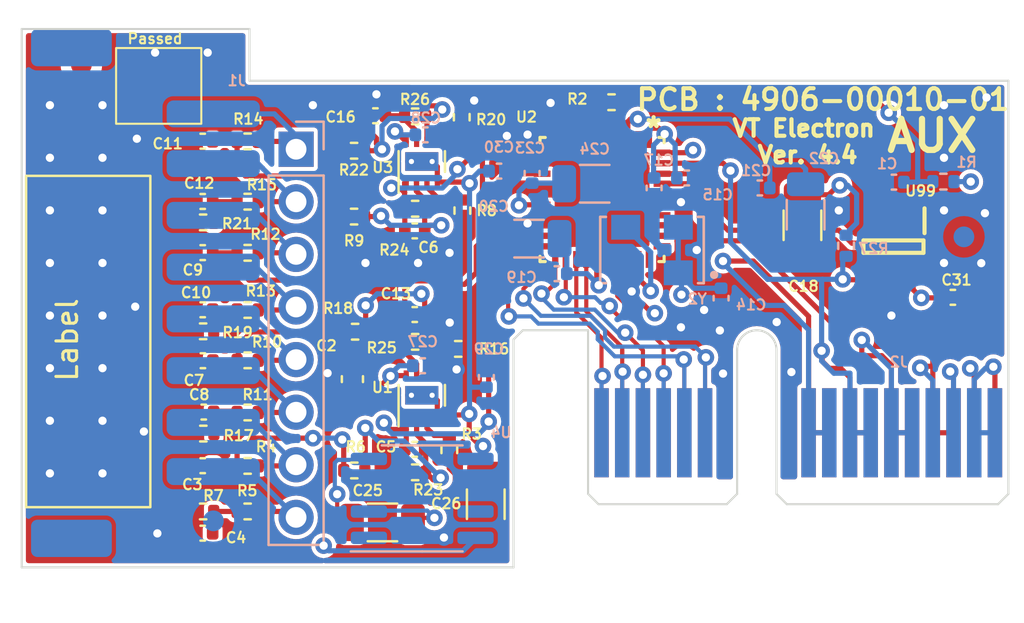
<source format=kicad_pcb>
(kicad_pcb (version 20221018) (generator pcbnew)
  (layers (0 "F.Cu" signal) (1 "In1.Cu" signal) (2 "In2.Cu" signal) (31 "B.Cu" signal) (34 "B.Paste" user) (35 "F.Paste" user) (36 "B.SilkS" user "B.Silkscreen") (37 "F.SilkS" user "F.Silkscreen") (38 "B.Mask" user) (39 "F.Mask" user) (44 "Edge.Cuts" user))
  (net 0 "")
  (net 1 "GND")
  (net 2 "+3V3")
  (net 3 "/AVDDOUT")
  (net 4 "/DVDDOUT")
  (net 5 "/REF")
  (net 6 "/IRP")
  (net 7 "/ISP")
  (net 8 "/ITP")
  (net 9 "/INP")
  (net 10 "/UR+")
  (net 11 "/US+")
  (net 12 "/PM1")
  (net 13 "/RSP")
  (net 14 "/RSM")
  (net 15 "/RTP")
  (net 16 "/RTM")
  (net 17 "/RRP")
  (net 18 "/RRM")
  (net 19 "/RNP")
  (net 20 "/RNM")
  (net 21 "/UT+")
  (net 22 "/ADE_Reset")
  (net 23 "/O_IN")
  (net 24 "/O_OUT")
  (net 25 "/IRQ2")
  (net 26 "/IRQ1")
  (net 30 "/SCLK")
  (net 31 "/MISO")
  (net 32 "/MOSI")
  (net 33 "/SS")
  (net 34 "/READY")
  (net 35 "/RN")
  (net 36 "/RT")
  (net 37 "Net-(C4-Pad1)")
  (net 38 "Net-(C5-Pad2)")
  (net 39 "Net-(C6-Pad2)")
  (net 40 "Net-(C8-Pad1)")
  (net 41 "Net-(C10-Pad1)")
  (net 42 "Net-(C12-Pad1)")
  (net 43 "Net-(C13-Pad2)")
  (net 44 "Net-(C16-Pad2)")
  (net 45 "/RS")
  (net 46 "/RR")
  (net 47 "Net-(R3-Pad1)")
  (net 48 "Net-(R8-Pad1)")
  (net 49 "Net-(R16-Pad1)")
  (net 50 "Net-(R20-Pad1)")
  (net 51 "/UM")
  (net 52 "/C+")
  (net 53 "/UR-")
  (net 54 "/US-")
  (net 55 "/UT-")
  (net 56 "/C-")
  (net 59 "/SYN")
  (footprint "Resistor_SMD:R_0402_1005Metric" (layer "F.Cu") (at -1 -27.39)
    (fp_text reference "R25")
    (fp_text value "137K")
  )
  (footprint "Resistor_SMD:R_0402_1005Metric" (layer "F.Cu") (at -3.9 -27.88 180)
    (fp_text reference "R18")
    (fp_text value "30K")
  )
  (footprint "Resistor_SMD:R_0402_1005Metric" (layer "F.Cu") (at -9.09 -19.2)
    (fp_text reference "R5")
    (fp_text value "0")
  )
  (footprint "Capacitor_SMD:C_0402_1005Metric" (layer "F.Cu") (at -11.26 -37.08 180)
    (fp_text reference "C11")
    (fp_text value "22n")
  )
  (footprint "Capacitor_SMD:C_0402_1005Metric" (layer "F.Cu") (at -1.02 -28.71)
    (fp_text reference "C13")
    (fp_text value "100n")
  )
  (footprint "Capacitor_SMD:C_0402_1005Metric" (layer "F.Cu") (at -11.26 -21.41 180)
    (fp_text reference "C3")
    (fp_text value "22n")
  )
  (footprint "Fiducial:Fiducial_1mm_Mask2mm" (layer "F.Cu") (at 25.908 -27.7622)
    (fp_text reference "FID1" hide)
    (fp_text value "Fiducial" hide)
  )
  (footprint "Resistor_SMD:R_0402_1005Metric" (layer "F.Cu") (at -3.95 -33.44 180)
    (fp_text reference "R9")
    (fp_text value "30K")
  )
  (footprint "Capacitor_SMD:C_1206_3216Metric" (layer "F.Cu") (at 2.41 -19.55 90)
    (fp_text reference "C26")
    (fp_text value "10u" hide)
  )
  (footprint "Resistor_SMD:R_0402_1005Metric" (layer "F.Cu") (at 1.25 -38.24 90)
    (fp_text reference "R20")
    (fp_text value "0")
  )
  (footprint "Capacitor_SMD:C_0603_1608Metric" (layer "F.Cu") (at -4.03 -25.59 90)
    (fp_text reference "C2")
    (fp_text value "100n")
  )
  (footprint "Capacitor_SMD:C_0402_1005Metric" (layer "F.Cu") (at -11.25 -26.48 180)
    (fp_text reference "C7")
    (fp_text value "22n")
  )
  (footprint "Resistor_SMD:R_0402_1005Metric" (layer "F.Cu") (at -3.94 -21.18 180)
    (fp_text reference "R6")
    (fp_text value "30K")
  )
  (footprint "Resistor_SMD:R_0402_1005Metric" (layer "F.Cu") (at 1.28 -33.73 -90)
    (fp_text reference "R8")
    (fp_text value "0")
  )
  (footprint "Capacitor_SMD:C_0402_1005Metric" (layer "F.Cu") (at -11.26 -18.15 180)
    (fp_text reference "C4")
    (fp_text value "DNP")
  )
  (footprint "Symbol:Eticheta" (layer "F.Cu") (at -16.7894 -27.4066 90)
    (fp_text reference "TP1" hide)
    (fp_text value "Eticheta" hide)
  )
  (footprint "Fiducial:Fiducial_1mm_Mask2mm" (layer "F.Cu") (at -17.1196 -40.767)
    (fp_text reference "FID4" hide)
    (fp_text value "Fiducial" hide)
  )
  (footprint "Resistor_SMD:R_0402_1005Metric" (layer "F.Cu") (at -1 -38.28)
    (fp_text reference "R26")
    (fp_text value "137K")
  )
  (footprint "Capacitor_SMD:C_0402_1005Metric" (layer "F.Cu") (at -2.92 -38.31 180)
    (fp_text reference "C16")
    (fp_text value "100n")
  )
  (footprint "Resistor_SMD:R_0402_1005Metric" (layer "F.Cu") (at -9.09 -21.4)
    (fp_text reference "R4")
    (fp_text value "100")
  )
  (footprint "Capacitor_SMD:C_0402_1005Metric" (layer "F.Cu") (at -11.26 -34.17 180)
    (fp_text reference "C12")
    (fp_text value "DNP")
  )
  (footprint "Resistor_SMD:R_0402_1005Metric" (layer "F.Cu") (at -9.09 -23.98)
    (fp_text reference "R11")
    (fp_text value "0")
  )
  (footprint "Resistor_SMD:R_0402_1005Metric" (layer "F.Cu") (at -1 -33.82)
    (fp_text reference "R24")
    (fp_text value "137K")
  )
  (footprint "Resistor_SMD:R_0402_1005Metric" (layer "F.Cu") (at -9.09 -37.07)
    (fp_text reference "R14")
    (fp_text value "100")
  )
  (footprint "Resistor_SMD:R_0402_1005Metric" (layer "F.Cu") (at -1 -21.09)
    (fp_text reference "R23")
    (fp_text value "137K")
  )
  (footprint "Capacitor_SMD:C_1206_3216Metric" (layer "F.Cu") (at 17.7038 -33.02 -90)
    (fp_text reference "C18")
    (fp_text value "10u")
  )
  (footprint "Resistor_SMD:R_0402_1005Metric" (layer "F.Cu") (at -9.09 -26.5)
    (fp_text reference "R10")
    (fp_text value "100")
  )
  (footprint "Resistor_SMD:R_0402_1005Metric" (layer "F.Cu") (at -9.09 -34.16)
    (fp_text reference "R15")
    (fp_text value "0")
  )
  (footprint "Resistor_SMD:R_0402_1005Metric" (layer "F.Cu") (at -11.24 -33.16 180)
    (fp_text reference "R21")
    (fp_text value "0")
  )
  (footprint "Capacitor_SMD:C_0402_1005Metric" (layer "F.Cu") (at -1.02 -32.75)
    (fp_text reference "C6")
    (fp_text value "100n")
  )
  (footprint "Resistor_SMD:R_0402_1005Metric" (layer "F.Cu") (at -11.23 -22.96 180)
    (fp_text reference "R17")
    (fp_text value "0")
  )
  (footprint "Resistor_SMD:R_0402_1005Metric" (layer "F.Cu") (at -11.24 -19.2 180)
    (fp_text reference "R7")
    (fp_text value "0")
  )
  (footprint "Package_SON:WSON-8-1EP_2x2mm_P0.5mm_EP0.9x1.6mm_ThermalVias" (layer "F.Cu") (at -0.68 -36.1 90)
    (fp_text reference "U3")
    (fp_text value "TLV2186IDSGR" hide)
  )
  (footprint "Capacitor_SMD:C_0402_1005Metric" (layer "F.Cu") (at -11.26 -31.7 180)
    (fp_text reference "C9")
    (fp_text value "22n")
  )
  (footprint "Capacitor_SMD:C_0402_1005Metric" (layer "F.Cu") (at -11.26 -28.94 180)
    (fp_text reference "C10")
    (fp_text value "DNP")
  )
  (footprint "Resistor_SMD:R_0402_1005Metric" (layer "F.Cu") (at 1.08 -27.05)
    (fp_text reference "R16")
    (fp_text value "0")
  )
  (footprint "Package_QFP:ADE9430" (layer "F.Cu") (at 8.0264 -34.2646 -90)
    (fp_text reference "U2")
    (fp_text value "ADE9430")
  )
  (footprint "Capacitor_SMD:C_0402_1005Metric" (layer "F.Cu") (at -1.02 -22.2)
    (fp_text reference "C5")
    (fp_text value "100n")
  )
  (footprint "Resistor_SMD:R_0402_1005Metric" (layer "F.Cu") (at -3.95 -36.62 180)
    (fp_text reference "R22")
    (fp_text value "30K")
  )
  (footprint "Resistor_SMD:R_0402_1005Metric" (layer "F.Cu") (at -9.09 -31.69)
    (fp_text reference "R12")
    (fp_text value "100")
  )
  (footprint "Package_SON:WSON-8-1EP_2x2mm_P0.5mm_EP0.9x1.6mm_ThermalVias" (layer "F.Cu") (at -0.68 -24.81 90)
    (fp_text reference "U1")
    (fp_text value "TLV2186IDSGR")
  )
  (footprint "Resistor_SMD:R_0402_1005Metric" (layer "F.Cu") (at 0.65 -22.17 -90)
    (fp_text reference "R3")
    (fp_text value "0")
  )
  (footprint "Resistor_SMD:R_0402_1005Metric" (layer "F.Cu") (at -11.24 -27.9 180)
    (fp_text reference "R19")
    (fp_text value "0")
  )
  (footprint "Resistor_SMD:R_0402_1005Metric" (layer "F.Cu") (at 8.4836 -38.9636 180)
    (fp_text reference "R2")
    (fp_text value "1k" hide)
  )
  (footprint "Capacitor_SMD:C_0402_1005Metric" (layer "F.Cu") (at 24.9682 -29.5402 180)
    (fp_text reference "C31")
    (fp_text value "100n" hide)
  )
  (footprint "Resistor_SMD:R_0402_1005Metric" (layer "F.Cu") (at -9.09 -28.93)
    (fp_text reference "R13")
    (fp_text value "0")
  )
  (footprint "Capacitor_SMD:C_1206_3216Metric" (layer "F.Cu") (at -2.58 -18.67 180)
    (fp_text reference "C25")
    (fp_text value "10u" hide)
  )
  (footprint "Buffer3S:Buffer3S" (layer "F.Cu") (at 22.1 -31.99 -90)
    (fp_text reference "U99")
    (fp_text value "NC7SZ126M5X" hide)
  )
  (footprint "Capacitor_SMD:C_0402_1005Metric" (layer "F.Cu") (at -11.21 -24 180)
    (fp_text reference "C8")
    (fp_text value "DNP")
  )
  (footprint "Fiducial:Fiducial_1mm_Mask2mm" (layer "B.Cu") (at -10.7442 -18.7452 180)
    (fp_text reference "FID3" hide)
    (fp_text value "Fiducial" hide)
  )
  (footprint "Capacitor_SMD:C_1206_3216Metric" (layer "B.Cu") (at 4.5 -32.375 180)
    (fp_text reference "C20")
    (fp_text value "10u")
  )
  (footprint "Oscillator:OSC_ECS-5032MV-245.7-BN-TR" (layer "B.Cu") (at 10.4375 -31.825 180)
    (fp_text reference "Y2")
    (fp_text value "ECS-5032MV-245.7-BN-TR")
  )
  (footprint "Connector_JST:A2501-SR08-XH8AWB" (layer "B.Cu") (at -14.35 -29.75 90)
    (fp_text reference "J1")
    (fp_text value "MUAS100-8-C-E")
  )
  (footprint "Connector_PinHeader_2.54mm:PinHeader_1x08_P2.54mm_Vertical" (layer "B.Cu") (at -6.7502 -36.69298 180)
    (fp_text reference "J15" hide)
    (fp_text value "MUAS100-8-C-E")
  )
  (footprint "Capacitor_SMD:C_0402_1005Metric" (layer "B.Cu") (at -0.508 -37.3888 180)
    (fp_text reference "C28")
    (fp_text value "100n" hide)
  )
  (footprint "Capacitor_SMD:C_0402_1005Metric" (layer "B.Cu") (at 3.0506 -35.6362 180)
    (fp_text reference "C30")
    (fp_text value "100n" hide)
  )
  (footprint "Capacitor_SMD:C_0402_1005Metric" (layer "B.Cu") (at 4.6482 -35.5346 90)
    (fp_text reference "C23")
    (fp_text value "100n")
  )
  (footprint "Capacitor_SMD:C_0402_1005Metric" (layer "B.Cu") (at 12.1184 -35.306)
    (fp_text reference "C15")
    (fp_text value "100n" hide)
  )
  (footprint "Resistor_SMD:R_0402_1005Metric" (layer "B.Cu") (at 24.511 -35.1282)
    (fp_text reference "R1")
    (fp_text value "1k")
  )
  (footprint "Capacitor_SMD:C_1206_3216Metric" (layer "B.Cu") (at 17.8562 -33.528 -90)
    (fp_text reference "C22")
    (fp_text value "10u")
  )
  (footprint "Capacitor_SMD:C_0402_1005Metric" (layer "B.Cu") (at -0.6324 -26.2382 180)
    (fp_text reference "C27")
    (fp_text value "100n" hide)
  )
  (footprint "Capacitor_SMD:C_0402_1005Metric" (layer "B.Cu") (at 22.1234 -35.1028 180)
    (fp_text reference "C1")
    (fp_text value "22n")
  )
  (footprint "Connector_PCBEdge:BUS_PCIexpress_x1" (layer "B.Cu") (at 27 -23 180)
    (fp_text reference "J2")
    (fp_text value "Bus_PCI_Express_x1_MOD")
    (fp_line (start -0.65 -2.95) (end -0.15 -3.45) (stroke (width 0.1)) (layer "Edge.Cuts"))
    (fp_line (start -0.65 4.95) (end -0.65 -2.95) (stroke (width 0.1)) (layer "Edge.Cuts"))
    (fp_line (start -0.15 -3.45) (end 10.05 -3.45) (stroke (width 0.1)) (layer "Edge.Cuts"))
    (fp_line (start 10.55 -2.95) (end 10.05 -3.45) (stroke (width 0.1)) (layer "Edge.Cuts"))
    (fp_line (start 10.55 4) (end 10.55 -2.95) (stroke (width 0.1)) (layer "Edge.Cuts"))
    (fp_line (start 12.45 -2.95) (end 12.95 -3.45) (stroke (width 0.1)) (layer "Edge.Cuts"))
    (fp_line (start 12.45 4) (end 12.45 -2.95) (stroke (width 0.1)) (layer "Edge.Cuts"))
    (fp_line (start 12.95 -3.45) (end 19.15 -3.45) (stroke (width 0.1)) (layer "Edge.Cuts"))
    (fp_line (start 19.65 -2.95) (end 19.15 -3.45) (stroke (width 0.1)) (layer "Edge.Cuts"))
    (fp_line (start 19.65 4.95) (end 19.65 -2.95) (stroke (width 0.1)) (layer "Edge.Cuts"))
    (fp_arc (start 12.45 4) (mid 11.5 4.95) (end 10.55 4) (stroke (width 0.1)) (layer "Edge.Cuts"))
  )
  (footprint "Capacitor_SMD:C_0402_1005Metric" (layer "B.Cu") (at 10.541 -34.8234 -90)
    (fp_text reference "C17")
    (fp_text value "100n")
  )
  (footprint "Capacitor_SMD:C_0402_1005Metric" (layer "B.Cu") (at 13.775 -29.5 -90)
    (fp_text reference "C14")
    (fp_text value "100n")
  )
  (footprint "Resistor_SMD:R_0402_1005Metric" (layer "B.Cu") (at 19.812 -32.0294 -90)
    (fp_text reference "R27")
    (fp_text value "30K" hide)
  )
  (footprint "Capacitor_SMD:C_0402_1005Metric" (layer "B.Cu") (at 2.4384 -25.6794 -90)
    (fp_text reference "C29")
    (fp_text value "100n" hide)
  )
  (footprint "Capacitor_SMD:C_0402_1005Metric" (layer "B.Cu") (at 5.842 -30.6832 180)
    (fp_text reference "C19")
    (fp_text value "100n")
  )
  (footprint "Package_SO:SO-8_3.9x4.9mm_P1.27mm" (layer "B.Cu") (at -0.66 -19.83)
    (fp_text reference "U4")
    (fp_text value "MC7660DR2")
  )
  (footprint "Fiducial:Fiducial_1mm_Mask2mm" (layer "B.Cu") (at 25.5016 -32.4612 180)
    (fp_text reference "FID2" hide)
    (fp_text value "Fiducial" hide)
  )
  (footprint "Capacitor_SMD:C_1206_3216Metric" (layer "B.Cu") (at 7.6708 -35.0266)
    (fp_text reference "C24")
    (fp_text value "10u")
  )
  (footprint "Capacitor_SMD:C_0402_1005Metric" (layer "B.Cu") (at 15.6464 -34.8234 180)
    (fp_text reference "C21")
    (fp_text value "100n")
  )
  (gr_rect (start -15.4432 -41.5798) (end -11.3284 -37.9222) (stroke (width 0.1)) (fill none) (layer "F.SilkS"))
  (gr_line (start 3.8 -27.55) (end 4.2 -27.95) (stroke (width 0.1)) (layer "Edge.Cuts"))
  (gr_line (start -20 -42.5) (end -20 -16.5) (stroke (width 0.1)) (layer "Edge.Cuts"))
  (gr_line (start 27.65 -27.95) (end 27.65 -40) (stroke (width 0.1)) (layer "Edge.Cuts"))
  (gr_line (start -9 -42.5) (end -20 -42.5) (stroke (width 0.1)) (layer "Edge.Cuts"))
  (gr_line (start -20 -16.5) (end 3.75 -16.5) (stroke (width 0.1)) (layer "Edge.Cuts"))
  (gr_line (start -9 -40) (end 27.65 -40) (stroke (width 0.1)) (layer "Edge.Cuts"))
  (gr_line (start -9 -42.5) (end -9 -40) (stroke (width 0.1)) (layer "Edge.Cuts"))
  (gr_line (start 7.35 -27.95) (end 4.2 -27.95) (stroke (width 0.1)) (layer "Edge.Cuts"))
  (gr_line (start 3.75 -27.5) (end 3.75 -16.5) (stroke (width 0.1)) (layer "Edge.Cuts"))
  (gr_line (start 3.8 -27.55) (end 3.75 -27.5) (stroke (width 0.1)) (layer "Edge.Cuts"))
  (gr_text "AUX\n" (at 23.9776 -37.338) (layer "F.SilkS") (effects (font (size 1.5 1.5) (thickness 0.3))))
  (gr_text "VT Electron\n  Ver. 4.4" (at 14.224 -37.0586) (layer "F.SilkS") (effects (font (size 0.8 0.8) (thickness 0.2)) (justify left)))
  (gr_text "*" (at 10.5156 -37.6936) (layer "F.SilkS") (effects (font (size 1 1) (thickness 0.2)) (justify mirror)))
  (gr_text "PCB : 4906-00010-01" (at 18.6944 -39.0906) (layer "F.SilkS") (effects (font (size 1 1) (thickness 0.2))))
  (gr_text "Label\n" (at -17.8054 -27.4828 90) (layer "F.SilkS") (effects (font (size 1 1))))
  (gr_text "Passed" (at -13.5636 -42.037) (layer "F.SilkS") (effects (font (size 0.5 0.5) (thickness 0.1))))
  (segment (start 0.39 -17.94) (end 2.275 -17.94) (width 0.25) (layer "F.Cu") (net 1))
  (segment (start 5.1308 -33.02) (end 4.4196 -33.02) (width 0.25) (layer "F.Cu") (net 1))
  (segment (start 1.38 -28.32) (end 0.67 -28.32) (width 0.25) (layer "F.Cu") (net 1))
  (segment (start -11.69 -24) (end -11.69 -23.01) (width 0.25) (layer "F.Cu") (net 1))
  (segment (start 9.271 -33.02) (end 8.0264 -34.2646) (width 0.25) (layer "F.Cu") (net 1))
  (segment (start -11.75 -33.16) (end -11.75 -34.16) (width 0.25) (layer "F.Cu") (net 1))
  (segment (start 4.4196 -33.102647) (end 4.428453 -33.1115) (width 0.25) (layer "F.Cu") (net 1))
  (segment (start -13.44 -18.15) (end -13.45 -18.14) (width 0.25) (layer "F.Cu") (net 1))
  (segment (start -11.73 -27.88) (end -11.75 -27.9) (width 0.25) (layer "F.Cu") (net 1))
  (segment (start 8.7884 -37.1602) (end 8.7884 -35.0266) (width 0.25) (layer "F.Cu") (net 1))
  (segment (start 6.7818 -37.986704) (end 6.7818 -37.1602) (width 0.25) (layer "F.Cu") (net 1))
  (segment (start 0.94 -18.49) (end 0.39 -17.94) (width 0.25) (layer "F.Cu") (net 1))
  (segment (start 1.69 -39.19) (end 1.85 -39.19) (width 0.25) (layer "F.Cu") (net 1))
  (segment (start 5.1308 -33.02) (end 6.7818 -33.02) (width 0.25) (layer "F.Cu") (net 1))
  (segment (start 6.2738 -36.0172) (end 8.0264 -34.2646) (width 0.25) (layer "F.Cu") (net 1))
  (segment (start 8.2804 -34.0106) (end 8.0264 -34.2646) (width 0.25) (layer "F.Cu") (net 1))
  (segment (start -11.74 -31.7) (end -11.74 -33.15) (width 0.25) (layer "F.Cu") (net 1))
  (segment (start 8.7884 -35.0266) (end 8.0264 -34.2646) (width 0.25) (layer "F.Cu") (net 1))
  (segment (start 9.457677 -29.842323) (end 9.271 -30.029) (width 0.25) (layer "F.Cu") (net 1))
  (segment (start -11.74 -34.17) (end -11.74 -37.08) (width 0.25) (layer "F.Cu") (net 1))
  (segment (start -14 -22.96) (end -14.1 -23.06) (width 0.25) (layer "F.Cu") (net 1))
  (segment (start -11.69 -23.01) (end -11.74 -22.96) (width 0.25) (layer "F.Cu") (net 1))
  (segment (start 1.28 -33.22) (end 1.28 -32.31) (width 0.25) (layer "F.Cu") (net 1))
  (segment (start 9.779 -36.0172) (end 8.0264 -34.2646) (width 0.25) (layer "F.Cu") (net 1))
  (segment (start 2.275 -17.94) (end 2.41 -18.075) (width 0.25) (layer "F.Cu") (net 1))
  (segment (start -11.74 -19.21) (end -11.75 -19.2) (width 0.25) (layer "F.Cu") (net 1))
  (segment (start 5.84 -38.93) (end 5.54 -38.93) (width 0.25) (layer "F.Cu") (net 1))
  (segment (start 1.59 -27.05) (end 1.59 -28.11) (width 0.25) (layer "F.Cu") (net 1))
  (segment (start 6.118504 -38.651496) (end 5.84 -38.93) (width 0.25) (layer "F.Cu") (net 1))
  (segment (start 1.59 -27.05) (end 1.59 -26.58) (width 0.25) (layer "F.Cu") (net 1))
  (segment (start 17 -23) (end 17 -25.763) (width 0.25) (layer "F.Cu") (net 1))
  (segment (start -11.74 -22.96) (end -14 -22.96) (width 0.25) (layer "F.Cu") (net 1))
  (segment (start 0.94 -21) (end 0.94 -18.49) (width 0.25) (layer "F.Cu") (net 1))
  (segment (start 14 -23) (end 14 -25.7256) (width 0.25) (layer "F.Cu") (net 1))
  (segment (start 4.4196 -33.02) (end 4.4196 -33.102647) (width 0.25) (layer "F.Cu") (net 1))
  (segment (start 9.271 -31.369) (end 9.271 -33.02) (width 0.25) (layer "F.Cu") (net 1))
  (segment (start 8.7884 -37.1602) (end 8.7884 -38.7584) (width 0.25) (layer "F.Cu") (net 1))
  (segment (start 17 -25.763) (end 17.1704 -25.9334) (width 0.25) (layer "F.Cu") (net 1))
  (segment (start -4.745 -26.365) (end -5.23 -25.88) (width 0.25) (layer "F.Cu") (net 1))
  (segment (start 9.271 -30.029) (end 9.271 -31.369) (width 0.25) (layer "F.Cu") (net 1))
  (segment (start 5.1308 -33.5026) (end 7.2644 -33.5026) (width 0.25) (layer "F.Cu") (net 1))
  (segment (start 0.65 -21.66) (end 0.65 -21.287693) (width 0.25) (layer "F.Cu") (net 1))
  (segment (start 9.779 -37.1602) (end 9.779 -36.0172) (width 0.25) (layer "F.Cu") (net 1))
  (segment (start 8.7884 -38.7584) (end 8.9936 -38.9636) (width 0.25) (layer "F.Cu") (net 1))
  (segment (start 6.118504 -38.65) (end 6.118504 -38.651496) (width 0.25) (layer "F.Cu") (net 1))
  (segment (start 4.6698 -37.1602) (end 4.43 -37.4) (width 0.25) (layer "F.Cu") (net 1))
  (segment (start -11.69 -24) (end -11.69 -26.44) (width 0.25) (layer "F.Cu") (net 1))
  (segment (start -11.75 -27.9) (end -11.75 -28.93) (width 0.25) (layer "F.Cu") (net 1))
  (segment (start 5.1308 -34.5186) (end 7.7724 -34.5186) (width 0.25) (layer "F.Cu") (net 1))
  (segment (start -4.03 -26.365) (end -4.745 -26.365) (width 0.25) (layer "F.Cu") (net 1))
  (segment (start -11.74 -37.08) (end -14.32 -37.08) (width 0.25) (layer "F.Cu") (net 1))
  (segment (start 1.85 -39.19) (end 1.85 -39.0455) (width 0.25) (layer "F.Cu") (net 1))
  (segment (start -11.69 -26.44) (end -11.73 -26.48) (width 0.25) (layer "F.Cu") (net 1))
  (segment (start 1.59 -28.11) (end 1.38 -28.32) (width 0.25) (layer "F.Cu") (net 1))
  (segment (start -11.75 -19.2) (end -11.75 -18.16) (width 0.25) (layer "F.Cu") (net 1))
  (segment (start 8.2804 -31.369) (end 8.2804 -34.0106) (width 0.25) (layer "F.Cu") (net 1))
  (segment (start -11.74 -21.41) (end -11.74 -19.21) (width 0.25) (layer "F.Cu") (net 1))
  (segment (start 5.7658 -37.1602) (end 4.6698 -37.1602) (width 0.25) (layer "F.Cu") (net 1))
  (segment (start 1.59 -26.58) (end 1.07 -26.06) (width 0.25) (layer "F.Cu") (net 1))
  (segment (start -11.73 -26.48) (end -11.73 -27.88) (width 0.25) (layer "F.Cu") (net 1))
  (segment (start 0.937693 -21) (end 0.94 -21) (width 0.25) (layer "F.Cu") (net 1))
  (segment (start -11.75 -28.93) (end -11.74 -28.94) (width 0.25) (layer "F.Cu") (net 1))
  (segment (start 7.2644 -35.0266) (end 8.0264 -34.2646) (width 0.25) (layer "F.Cu") (net 1))
  (segment (start 6.7818 -33.02) (end 8.0264 -34.2646) (width 0.25) (layer "F.Cu") (net 1))
  (segment (start -11.75 -34.16) (end -11.74 -34.17) (width 0.25) (layer "F.Cu") (net 1))
  (segment (start -11.74 -33.15) (end -11.75 -33.16) (width 0.25) (layer "F.Cu") (net 1))
  (segment (start -11.74 -22.96) (end -11.74 -21.41) (width 0.25) (layer "F.Cu") (net 1))
  (segment (start 0.65 -21.287693) (end 0.937693 -21) (width 0.25) (layer "F.Cu") (net 1))
  (segment (start 6.118504 -38.65) (end 6.7818 -37.986704) (width 0.25) (layer "F.Cu") (net 1))
  (segment (start -11.75 -18.16) (end -11.74 -18.15) (width 0.25) (layer "F.Cu") (net 1))
  (segment (start 14 -25.7256) (end 13.8684 -25.8572) (width 0.25) (layer "F.Cu") (net 1))
  (segment (start 1.07 -26.06) (end 1.001 -26.06) (width 0.25) (layer "F.Cu") (net 1))
  (segment (start 7.7724 -34.5186) (end 8.0264 -34.2646) (width 0.25) (layer "F.Cu") (net 1))
  (segment (start 5.1308 -35.0266) (end 7.2644 -35.0266) (width 0.25) (layer "F.Cu") (net 1))
  (segment (start -14.37 -28.94) (end -14.52 -29.09) (width 0.25) (layer "F.Cu") (net 1))
  (segment (start 9.457677 -29.8255) (end 9.457677 -29.842323) (width 0.25) (layer "F.Cu") (net 1))
  (segment (start -11.74 -28.94) (end -11.74 -31.7) (width 0.25) (layer "F.Cu") (net 1))
  (segment (start 1.28 -32.31) (end 0.66 -31.69) (width 0.25) (layer "F.Cu") (net 1))
  (segment (start 1.25 -38.75) (end 1.69 -39.19) (width 0.25) (layer "F.Cu") (net 1))
  (segment (start -11.74 -28.94) (end -14.37 -28.94) (width 0.25) (layer "F.Cu") (net 1))
  (segment (start -14.32 -37.08) (end -14.44 -37.2) (width 0.25) (layer "F.Cu") (net 1))
  (segment (start 5.1308 -36.0172) (end 6.2738 -36.0172) (width 0.25) (layer "F.Cu") (net 1))
  (segment (start -11.74 -18.15) (end -13.44 -18.15) (width 0.25) (layer "F.Cu") (net 1))
  (via (at -11.02 -41.36) (size 0.8) (drill 0.4) (layers "F.Cu" "B.Cu") (net 1))
  (via (at 26.5938 -39.1922) (size 0.8) (drill 0.4) (layers "F.Cu" "B.Cu") (net 1))
  (via (at -18.64 -36.28) (size 0.8) (drill 0.4) (layers "F.Cu" "B.Cu") (net 1))
  (via (at -16.1 -33.74) (size 0.8) (drill 0.4) (layers "F.Cu" "B.Cu") (net 1))
  (via (at 16.4592 -28.3464) (size 0.8) (drill 0.4) (layers "F.Cu" "B.Cu") (net 1))
  (via (at -5.94 -38.82) (size 0.8) (drill 0.4) (layers "F.Cu" "B.Cu") (net 1))
  (via (at 4.43 -37.4) (size 0.8) (drill 0.4) (layers "F.Cu" "B.Cu") (net 1))
  (via (at -3.4 -31.2) (size 0.8) (drill 0.4) (layers "F.Cu" "B.Cu") (net 1))
  (via (at -14.44 -37.2) (size 0.8) (drill 0.4) (layers "F.Cu" "B.Cu") (net 1))
  (via (at -14.1 -23.06) (size 0.8) (drill 0.4) (layers "F.Cu" "B.Cu") (net 1))
  (via (at -18.64 -28.66) (size 0.8) (drill 0.4) (layers "F.Cu" "B.Cu") (net 1))
  (via (at 24.54 -33.74) (size 0.8) (drill 0.4) (layers "F.Cu" "B.Cu") (net 1))
  (via (at -18.64 -26.12) (size 0.8) (drill 0.4) (layers "F.Cu" "B.Cu") (net 1))
  (via (at 26.3398 -31.1912) (size 0.8) (drill 0.4) (layers "F.Cu" "B.Cu") (net 1))
  (via (at 4.428453 -33.1115) (size 0.8) (drill 0.4) (layers "F.Cu" "B.Cu") (net 1))
  (via (at 17.1704 -25.9334) (size 0.8) (drill 0.4) (layers "F.Cu" "B.Cu") (net 1))
  (via (at -16.1 -36.28) (size 0.8) (drill 0.4) (layers "F.Cu" "B.Cu") (net 1))
  (via (at -13.45 -18.14) (size 0.8) (drill 0.4) (layers "F.Cu" "B.Cu") (net 1))
  (via (at -16.1 -23.58) (size 0.8) (drill 0.4) (layers "F.Cu" "B.Cu") (net 1))
  (via (at 24.54 -38.82) (size 0.8) (drill 0.4) (layers "F.Cu" "B.Cu") (net 1))
  (via (at 0.39 -17.94) (size 0.8) (drill 0.4) (layers "F.Cu" "B.Cu") (net 1))
  (via (at 9.457677 -29.8255) (size 0.8) (drill 0.4) (layers "F.Cu" "B.Cu") (net 1))
  (via (at 13.716 -27.94) (size 0.8) (drill 0.4) (layers "F.Cu" "B.Cu") (net 1))
  (via (at -16.1 -38.82) (size 0.8) (drill 0.4) (layers "F.Cu" "B.Cu") (net 1))
  (via (at 5.54 -38.93) (size 0.8) (drill 0.4) (layers "F.Cu" "B.Cu") (net 1))
  (via (at -13.56 -41.36) (size 0.8) (drill 0.4) (layers "F.Cu" "B.Cu") (net 1))
  (via (at -18.64 -31.2) (size 0.8) (drill 0.4) (layers "F.Cu" "B.Cu") (net 1))
  (via (at 22 -28.66) (size 0.8) (drill 0.4) (layers "F.Cu" "B.Cu") (net 1))
  (via (at 24.54 -36.28) (size 0.8) (drill 0.4) (layers "F.Cu" "B.Cu") (net 1))
  (via (at -16.1 -31.2) (size 0.8) (drill 0.4) (layers "F.Cu" "B.Cu") (net 1))
  (via (at -18.64 -21.04) (size 0.8) (drill 0.4) (layers "F.Cu" "B.Cu") (net 1))
  (via (at -2.8702 -39.3446) (size 0.8) (drill 0.4) (layers "F.Cu" "B.Cu") (net 1))
  (via (at 12.5984 -31.8262) (size 0.8) (drill 0.4) (layers "F.Cu" "B.Cu") (net 1))
  (via (at -16.1 -26.12) (size 0.8) (drill 0.4) (layers "F.Cu" "B.Cu") (net 1))
  (via (at 13.8684 -25.8572) (size 0.8) (drill 0.4) (layers "F.Cu" "B.Cu") (net 1))
  (via (at 24.54 -31.2) (size 0.8) (drill 0.4) (layers "F.Cu" "B.Cu") (net 1))
  (via (at 11.8364 -28.0924) (size 0.8) (drill 0.4) (layers "F.Cu" "B.Cu") (net 1))
  (via (at -18.64 -33.74) (size 0.8) (drill 0.4) (layers "F.Cu" "B.Cu") (net 1))
  (via (at 12.954 -28.9306) (size 0.8) (drill 0.4) (layers "F.Cu" "B.Cu") (net 1))
  (via (at 1.001 -26.06) (size 0.8) (drill 0.4) (layers "F.Cu" "B.Cu") (net 1))
  (via (at 3.429 -37.338) (size 0.8) (drill 0.4) (layers "F.Cu" "B.Cu") (net 1))
  (via (at 0.67 -28.32) (size 0.8) (drill 0.4) (layers "F.Cu" "B.Cu") (net 1))
  (via (at -16.1 -21.04) (size 0.8) (drill 0.4) (layers "F.Cu" "B.Cu") (net 1))
  (via (at 19.46 -33.74) (size 0.8) (drill 0.4) (layers "F.Cu" "B.Cu") (net 1))
  (via (at 11.8364 -34.1376) (size 0.8) (drill 0.4) (layers "F.Cu" "B.Cu") (net 1))
  (via (at -5.23 -25.88) (size 0.8) (drill 0.4) (layers "F.Cu" "B.Cu") (net 1))
  (via (at 0.66 -31.69) (size 0.8) (drill 0.4) (layers "F.Cu" "B.Cu") (net 1))
  (via (at -18.64 -38.82) (size 0.8) (drill 0.4) (layers "F.Cu" "B.Cu") (net 1))
  (via (at -16.1 -28.66) (size 0.8) (drill 0.4) (layers "F.Cu" "B.Cu") (net 1))
  (via (at -0.86 -31.2) (size 0.8) (drill 0.4) (layers "F.Cu" "B.Cu") (net 1))
  (via (at 1.85 -39.0455) (size 0.8) (drill 0.4) (layers "F.Cu" "B.Cu") (net 1))
  (via (at -18.64 -23.58) (size 0.8) (drill 0.4) (layers "F.Cu" "B.Cu") (net 1))
  (via (at 26.5176 -33.6042) (size 0.8) (drill 0.4) (layers "F.Cu" "B.Cu") (net 1))
  (via (at -14.52 -29.09) (size 0.8) (drill 0.4) (layers "F.Cu" "B.Cu") (net 1))
  (segment (start 3.0506 -26.1594) (end 2.4384 -26.1594) (width 0.25) (layer "B.Cu") (net 1))
  (segment (start 3.3528 -20.9042) (end 3.3528 -25.8572) (width 0.25) (layer "B.Cu") (net 1))
  (segment (start 3.3528 -25.8572) (end 3.0506 -26.1594) (width 0.25) (layer "B.Cu") (net 1))
  (segment (start 13.775 -29.02) (end 13.0434 -29.02) (width 0.25) (layer "B.Cu") (net 1))
  (segment (start 9.1675 -30.725) (end 9.1675 -30.115677) (width 0.25) (layer "B.Cu") (net 1))
  (segment (start 2.9136 -20.465) (end 3.3528 -20.9042) (width 0.25) (layer "B.Cu") (net 1))
  (segment (start 17 -23) (end 17 -25.763) (width 0.25) (layer "B.Cu") (net 1))
  (segment (start 3.025 -32.375) (end 3.691953 -32.375) (width 0.25) (layer "B.Cu") (net 1))
  (segment (start 14 -23) (end 14 -25.7256) (width 0.25) (layer "B.Cu") (net 1))
  (segment (start -0.1524 -26.2382) (end 0.8228 -26.2382) (width 0.25) (layer "B.Cu") (net 1))
  (segment (start 1.915 -20.465) (end 2.9136 -20.465) (width 0.25) (layer "B.Cu") (net 1))
  (segment (start 13.0434 -29.02) (end 12.954 -28.9306) (width 0.25) (layer "B.Cu") (net 1))
  (segment (start 5.616 -30.7086) (end 5.616 -30.5028) (width 0.25) (layer "B.Cu") (net 1))
  (segment (start 14 -25.7256) (end 13.8684 -25.8572) (width 0.25) (layer "B.Cu") (net 1))
  (segment (start 17 -25.763) (end 17.1704 -25.9334) (width 0.25) (layer "B.Cu") (net 1))
  (segment (start 3.691953 -32.375) (end 4.428453 -33.1115) (width 0.25) (layer "B.Cu") (net 1))
  (segment (start 9.1675 -30.925) (end 9.3 -30.925) (width 0.25) (layer "B.Cu") (net 1))
  (segment (start 0.8228 -26.2382) (end 1.001 -26.06) (width 0.25) (layer "B.Cu") (net 1))
  (segment (start 27 -23.55) (end 27 -26.1114) (width 0.25) (layer "F.Cu") (net 2))
  (segment (start -1.43 -25.76) (end -2.17 -25.76) (width 0.25) (layer "F.Cu") (net 2))
  (segment (start 23.05 -29.909) (end 23.4442 -29.5148) (width 0.25) (layer "F.Cu") (net 2))
  (segment (start 24.4628 -29.5148) (end 24.4882 -29.5402) (width 0.25) (layer "F.Cu") (net 2))
  (segment (start 23.4442 -29.5148) (end 24.4628 -29.5148) (width 0.25) (layer "F.Cu") (net 2))
  (segment (start 10.575 -28.775) (end 10.445 -28.775) (width 0.25) (layer "F.Cu") (net 2))
  (segment (start 8.7884 -29.6116) (end 8.7884 -31.369) (width 0.25) (layer "F.Cu") (net 2))
  (segment (start 26 -23) (end 26 -25.9176) (width 0.25) (layer "F.Cu") (net 2))
  (segment (start 19.2532 -34.7726) (end 19.431 -34.9504) (width 0.25) (layer "F.Cu") (net 2))
  (segment (start 10.287 -37.6174) (end 10.3759 -37.7063) (width 0.25) (layer "F.Cu") (net 2))
  (segment (start 9.21 -29.19) (end 8.7884 -29.6116) (width 0.25) (layer "F.Cu") (net 2))
  (segment (start 10.445 -28.775) (end 10.03 -29.19) (width 0.25) (layer "F.Cu") (net 2))
  (segment (start 26 -25.9176) (end 25.8064 -26.1112) (width 0.25) (layer "F.Cu") (net 2))
  (segment (start -3.115 -24.815) (end -2.19 -25.74) (width 0.25) (layer "F.Cu") (net 2))
  (segment (start -4.03 -24.815) (end -3.115 -24.815) (width 0.25) (layer "F.Cu") (net 2))
  (segment (start -1.9755 -37.553372) (end -1.933372 -37.553372) (width 0.25) (layer "F.Cu") (net 2))
  (segment (start 27 -26.1114) (end 26.924 -26.1874) (width 0.25) (layer "F.Cu") (net 2))
  (segment (start 10.287 -37.1602) (end 10.287 -37.6174) (width 0.25) (layer "F.Cu") (net 2))
  (segment (start 17.7038 -34.495) (end 18.9756 -34.495) (width 0.25) (layer "F.Cu") (net 2))
  (segment (start -2.17 -25.76) (end -2.19 -25.74) (width 0.25) (layer "F.Cu") (net 2))
  (segment (start -1.933372 -37.553372) (end -1.43 -37.05) (width 0.25) (layer "F.Cu") (net 2))
  (segment (start 23.05 -30.74) (end 23.05 -29.909) (width 0.25) (layer "F.Cu") (net 2))
  (segment (start 10.7687 -37.7063) (end 10.3759 -37.7063) (width 0.25) (layer "F.Cu") (net 2))
  (segment (start 18.9756 -34.495) (end 19.2532 -34.7726) (width 0.25) (layer "F.Cu") (net 2))
  (segment (start 19.431 -34.9504) (end 19.5072 -34.9504) (width 0.25) (layer "F.Cu") (net 2))
  (segment (start 11.05 -37.425) (end 10.7687 -37.7063) (width 0.25) (layer "F.Cu") (net 2))
  (segment (start 10.03 -29.19) (end 9.21 -29.19) (width 0.25) (layer "F.Cu") (net 2))
  (via (at 19.5072 -34.9504) (size 0.8) (drill 0.4) (layers "F.Cu" "B.Cu") (net 2))
  (via (at 11.8618 -29.6672) (size 0.8) (drill 0.4) (layers "F.Cu" "B.Cu") (net 2))
  (via (at 11.05 -37.425) (size 0.8) (drill 0.4) (layers "F.Cu" "B.Cu") (net 2))
  (via (at 10.575 -28.775) (size 0.8) (drill 0.4) (layers "F.Cu" "B.Cu") (net 2))
  (via (at -2.19 -25.74) (size 0.8) (drill 0.4) (layers "F.Cu" "B.Cu") (net 2))
  (via (at 26.924 -26.1874) (size 0.8) (drill 0.4) (layers "F.Cu" "B.Cu") (net 2))
  (via (at 25.8064 -26.1112) (size 0.8) (drill 0.4) (layers "F.Cu" "B.Cu") (net 2))
  (via (at -5.42 -17.55) (size 0.8) (drill 0.4) (layers "F.Cu" "B.Cu") (net 2))
  (via (at -1.9755 -37.553372) (size 0.8) (drill 0.4) (layers "F.Cu" "B.Cu") (net 2))
  (via (at 25.8318 -35.1282) (size 0.8) (drill 0.4) (layers "F.Cu" "B.Cu") (net 2))
  (via (at 23.4442 -29.5148) (size 0.8) (drill 0.4) (layers "F.Cu" "B.Cu") (net 2))
  (segment (start 11.05 -37.425) (end 11.557 -36.918) (width 0.25) (layer "B.Cu") (net 2))
  (segment (start -1.810928 -37.3888) (end -1.9755 -37.553372) (width 0.25) (layer "B.Cu") (net 2))
  (segment (start 11.7075 -32.925) (end 11.7075 -30.725) (width 0.25) (layer "B.Cu") (net 2))
  (segment (start 25.021 -35.1282) (end 25.8318 -35.1282) (width 0.25) (layer "B.Cu") (net 2))
  (segment (start 11.05 -37.425) (end 10.5156 -36.8906) (width 0.25) (layer "B.Cu") (net 2))
  (segment (start 11.7075 -30.725) (end 11.8618 -30.5707) (width 0.25) (layer "B.Cu") (net 2))
  (segment (start 20.32 -34.5186) (end 19.8882 -34.9504) (width 0.25) (layer "B.Cu") (net 2))
  (segment (start -0.988 -37.3888) (end -1.810928 -37.3888) (width 0.25) (layer "B.Cu") (net 2))
  (segment (start -2.19 -25.8262) (end -1.778 -26.2382) (width 0.25) (layer "B.Cu") (net 2))
  (segment (start 12.4525 -29.98) (end 11.7075 -30.725) (width 0.25) (layer "B.Cu") (net 2))
  (segment (start 19.8882 -34.9504) (end 19.5072 -34.9504) (width 0.25) (layer "B.Cu") (net 2))
  (segment (start 19.812 -32.6136) (end 20.32 -33.1216) (width 0.25) (layer "B.Cu") (net 2))
  (segment (start 19.812 -32.5394) (end 19.812 -32.6136) (width 0.25) (layer "B.Cu") (net 2))
  (segment (start 20.32 -33.1216) (end 20.32 -34.5186) (width 0.25) (layer "B.Cu") (net 2))
  (segment (start 11.557 -35.3874) (end 11.6384 -35.306) (width 0.25) (layer "B.Cu") (net 2))
  (segment (start -1.778 -26.2382) (end -1.1124 -26.2382) (width 0.25) (layer "B.Cu") (net 2))
  (segment (start 1.32 -17.3) (end -5.17 -17.3) (width 0.25) (layer "B.Cu") (net 2))
  (segment (start -5.17 -17.3) (end -5.42 -17.55) (width 0.25) (layer "B.Cu") (net 2))
  (segment (start 1.915 -17.925) (end 1.915 -17.895) (width 0.25) (layer "B.Cu") (net 2))
  (segment (start 27 -23) (end 26 -23) (width 0.25) (layer "B.Cu") (net 2))
  (segment (start 11.557 -36.918) (end 11.557 -35.3874) (width 0.25) (layer "B.Cu") (net 2))
  (segment (start 10.5156 -35.3288) (end 10.541 -35.3034) (width 0.25) (layer "B.Cu") (net 2))
  (segment (start 10.5156 -36.8906) (end 10.5156 -35.3288) (width 0.25) (layer "B.Cu") (net 2))
  (segment (start 26 -25.575) (end 26.55 -26.125) (width 0.25) (layer "B.Cu") (net 2))
  (segment (start 11.8618 -30.5707) (end 11.8618 -29.6672) (width 0.25) (layer "B.Cu") (net 2))
  (segment (start 13.775 -29.98) (end 12.4525 -29.98) (width 0.25) (layer "B.Cu") (net 2))
  (segment (start 26 -23) (end 26 -25.575) (width 0.25) (layer "B.Cu") (net 2))
  (segment (start 1.915 -17.895) (end 1.32 -17.3) (width 0.25) (layer "B.Cu") (net 2))
  (segment (start -2.19 -25.74) (end -2.19 -25.8262) (width 0.25) (layer "B.Cu") (net 2))
  (segment (start 7.7724 -31.369) (end 7.7724 -30.1752) (width 0.25) (layer "F.Cu") (net 3))
  (segment (start 7.7724 -30.1752) (end 7.8232 -30.1244) (width 0.25) (layer "F.Cu") (net 3))
  (segment (start 7.8232 -30.1244) (end 7.8639 -30.1244) (width 0.25) (layer "F.Cu") (net 3))
  (via (at 7.8639 -30.1244) (size 0.8) (drill 0.4) (layers "F.Cu" "B.Cu") (net 3))
  (segment (start 5.975 -32.0996) (end 6.3246 -31.75) (width 0.25) (layer "B.Cu") (net 3))
  (segment (start 6.322 -30.6832) (end 7.3051 -30.6832) (width 0.25) (layer "B.Cu") (net 3))
  (segment (start 5.975 -32.375) (end 5.975 -32.0996) (width 0.25) (layer "B.Cu") (net 3))
  (segment (start 7.3051 -30.6832) (end 7.8639 -30.1244) (width 0.25) (layer "B.Cu") (net 3))
  (segment (start 6.3246 -31.75) (end 6.3246 -30.6858) (width 0.25) (layer "B.Cu") (net 3))
  (segment (start 6.3246 -30.6858) (end 6.322 -30.6832) (width 0.25) (layer "B.Cu") (net 3))
  (segment (start 9.398 -38.1508) (end 9.7536 -38.1508) (width 0.25) (layer "F.Cu") (net 4))
  (segment (start 9.271 -38.0238) (end 9.271 -37.1602) (width 0.25) (layer "F.Cu") (net 4))
  (segment (start 9.271 -38.0238) (end 9.398 -38.1508) (width 0.25) (layer "F.Cu") (net 4))
  (via (at 9.7536 -38.1508) (size 0.8) (drill 0.4) (layers "F.Cu" "B.Cu") (net 4))
  (segment (start 14.1986 -38.1508) (end 16.0909 -36.2585) (width 0.25) (layer "B.Cu") (net 4))
  (segment (start 16.1264 -34.8234) (end 16.1264 -36.223) (width 0.25) (layer "B.Cu") (net 4))
  (segment (start 16.1264 -36.223) (end 16.0909 -36.2585) (width 0.25) (layer "B.Cu") (net 4))
  (segment (start 16.4084 -35.941) (end 17.653 -35.941) (width 0.25) (layer "B.Cu") (net 4))
  (segment (start 17.8562 -35.7378) (end 17.8562 -35.003) (width 0.25) (layer "B.Cu") (net 4))
  (segment (start 16.0909 -36.2585) (end 16.4084 -35.941) (width 0.25) (layer "B.Cu") (net 4))
  (segment (start 17.653 -35.941) (end 17.8562 -35.7378) (width 0.25) (layer "B.Cu") (net 4))
  (segment (start 9.7536 -38.1508) (end 14.1986 -38.1508) (width 0.25) (layer "B.Cu") (net 4))
  (segment (start 4.0386 -34.0106) (end 4.0132 -33.9852) (width 0.25) (layer "F.Cu") (net 5))
  (segment (start 5.1308 -34.0106) (end 4.0386 -34.0106) (width 0.25) (layer "F.Cu") (net 5))
  (via (at 4.0132 -33.9852) (size 0.8) (drill 0.4) (layers "F.Cu" "B.Cu") (net 5))
  (segment (start 4.4222 -35.0546) (end 4.6482 -35.0546) (width 0.25) (layer "B.Cu") (net 5))
  (segment (start 6.1678 -35.0546) (end 6.1958 -35.0266) (width 0.25) (layer "B.Cu") (net 5))
  (segment (start 4.6482 -35.0546) (end 6.1678 -35.0546) (width 0.25) (layer "B.Cu") (net 5))
  (segment (start 4.0132 -34.6456) (end 4.4222 -35.0546) (width 0.25) (layer "B.Cu") (net 5))
  (segment (start 4.0132 -33.9852) (end 4.0132 -34.6456) (width 0.25) (layer "B.Cu") (net 5))
  (segment (start 6.29 -39.67) (end 0.29 -39.67) (width 0.25) (layer "F.Cu") (net 6))
  (segment (start -0.93 -37.56) (end -1.51 -38.14) (width 0.25) (layer "F.Cu") (net 6))
  (segment (start 6.4514 -38.8114) (end 6.4514 -39.5086) (width 0.25) (layer "F.Cu") (net 6))
  (segment (start -1.03 -39.27) (end -1.51 -38.79) (width 0.25) (layer "F.Cu") (net 6))
  (segment (start 0.29 -39.67) (end -0.11 -39.27) (width 0.25) (layer "F.Cu") (net 6))
  (segment (start 6.4514 -39.5086) (end 6.29 -39.67) (width 0.25) (layer "F.Cu") (net 6))
  (segment (start -1.51 -38.79) (end -1.51 -38.28) (width 0.25) (layer "F.Cu") (net 6))
  (segment (start -0.93 -37.05) (end -0.93 -37.56) (width 0.25) (layer "F.Cu") (net 6))
  (segment (start -1.54 -38.31) (end -1.51 -38.28) (width 0.25) (layer "F.Cu") (net 6))
  (segment (start 7.2644 -37.9984) (end 6.4514 -38.8114) (width 0.25) (layer "F.Cu") (net 6))
  (segment (start 7.2644 -37.1602) (end 7.2644 -37.9984) (width 0.25) (layer "F.Cu") (net 6))
  (segment (start -1.51 -38.14) (end -1.51 -38.28) (width 0.25) (layer "F.Cu") (net 6))
  (segment (start -2.44 -38.31) (end -1.54 -38.31) (width 0.25) (layer "F.Cu") (net 6))
  (segment (start -0.11 -39.27) (end -1.03 -39.27) (width 0.25) (layer "F.Cu") (net 6))
  (segment (start -1.5 -32.75) (end -1.5 -33.81) (width 0.25) (layer "F.Cu") (net 7))
  (segment (start -1.51 -35.07) (end -1.43 -35.15) (width 0.25) (layer "F.Cu") (net 7))
  (segment (start 1.058076 -35.748076) (end 1.04 -35.73) (width 0.25) (layer "F.Cu") (net 7))
  (segment (start -1.51 -33.82) (end -1.51 -34.6) (width 0.25) (layer "F.Cu") (net 7))
  (segment (start -1.73 -34.82) (end -1.51 -34.6) (width 0.25) (layer "F.Cu") (net 7))
  (segment (start 6.2738 -38.000408) (end 6.2738 -37.1602) (width 0.25) (layer "F.Cu") (net 7))
  (segment (start -1.5 -33.81) (end -1.51 -33.82) (width 0.25) (layer "F.Cu") (net 7))
  (segment (start -2.15 -34.82) (end -1.73 -34.82) (width 0.25) (layer "F.Cu") (net 7))
  (segment (start 1.550962 -36.199038) (end 1.550962 -36.875962) (width 0.25) (layer "F.Cu") (net 7))
  (segment (start 1.550962 -36.875962) (end 2.825 -38.15) (width 0.25) (layer "F.Cu") (net 7))
  (segment (start 1.1 -35.748076) (end 1.058076 -35.748076) (width 0.25) (layer "F.Cu") (net 7))
  (segment (start 2.825 -38.15) (end 6.124208 -38.15) (width 0.25) (layer "F.Cu") (net 7))
  (segment (start -1.51 -34.6) (end -1.51 -35.07) (width 0.25) (layer "F.Cu") (net 7))
  (segment (start 6.124208 -38.15) (end 6.2738 -38.000408) (width 0.25) (layer "F.Cu") (net 7))
  (segment (start 1.1 -35.748076) (end 1.550962 -36.199038) (width 0.25) (layer "F.Cu") (net 7))
  (via (at 1.04 -35.73) (size 0.8) (drill 0.4) (layers "F.Cu" "B.Cu") (net 7))
  (via (at -2.15 -34.82) (size 0.8) (drill 0.4) (layers "F.Cu" "B.Cu") (net 7))
  (segment (start 1.04 -35.73) (end 1.04 -35.55) (width 0.25) (layer "B.Cu") (net 7))
  (segment (start 1.04 -35.55) (end 0.31 -34.82) (width 0.25) (layer "B.Cu") (net 7))
  (segment (start 0.31 -34.82) (end -2.15 -34.82) (width 0.25) (layer "B.Cu") (net 7))
  (segment (start 1.95 -30.73) (end 1.95 -31.99) (width 0.25) (layer "F.Cu") (net 8))
  (segment (start -0.93 -26.32) (end -1.53 -26.92) (width 0.25) (layer "F.Cu") (net 8))
  (segment (start -1.51 -28.7) (end -1.5 -28.71) (width 0.25) (layer "F.Cu") (net 8))
  (segment (start 2.25 -32.29) (end 2.25 -36.3622) (width 0.25) (layer "F.Cu") (net 8))
  (segment (start 2.25 -36.3622) (end 2.413 -36.5252) (width 0.25) (layer "F.Cu") (net 8))
  (segment (start -1.5 -28.71) (end -1.5 -29.95) (width 0.25) (layer "F.Cu") (net 8))
  (segment (start -1.51 -27.39) (end -1.51 -28.7) (width 0.25) (layer "F.Cu") (net 8))
  (segment (start -1.115489 -30.334511) (end 0.445489 -30.334511) (width 0.25) (layer "F.Cu") (net 8))
  (segment (start -1.53 -27.37) (end -1.51 -27.39) (width 0.25) (layer "F.Cu") (net 8))
  (segment (start -1.5 -29.95) (end -1.115489 -30.334511) (width 0.25) (layer "F.Cu") (net 8))
  (segment (start 0.61 -30.17) (end 1.39 -30.17) (width 0.25) (layer "F.Cu") (net 8))
  (segment (start -1.53 -26.92) (end -1.53 -27.37) (width 0.25) (layer "F.Cu") (net 8))
  (segment (start -0.93 -25.76) (end -0.93 -26.32) (width 0.25) (layer "F.Cu") (net 8))
  (segment (start 1.95 -31.99) (end 2.25 -32.29) (width 0.25) (layer "F.Cu") (net 8))
  (segment (start 1.39 -30.17) (end 1.95 -30.73) (width 0.25) (layer "F.Cu") (net 8))
  (segment (start 2.413 -36.5252) (end 5.1308 -36.5252) (width 0.25) (layer "F.Cu") (net 8))
  (segment (start 0.445489 -30.334511) (end 0.61 -30.17) (width 0.25) (layer "F.Cu") (net 8))
  (segment (start 2.95 -32.3) (end 2.55 -31.9) (width 0.25) (layer "F.Cu") (net 9))
  (segment (start 2.55 -31.9) (end 2.55 -23.54) (width 0.25) (layer "F.Cu") (net 9))
  (segment (start -1.43 -23.16) (end -2.19 -23.16) (width 0.25) (layer "F.Cu") (net 9))
  (segment (start -1.43 -23.86) (end -1.43 -23.16) (width 0.25) (layer "F.Cu") (net 9))
  (segment (start 5.1308 -35.5092) (end 3.5092 -35.5092) (width 0.25) (layer "F.Cu") (net 9))
  (segment (start -1.5 -22.2) (end -1.5 -21.1) (width 0.25) (layer "F.Cu") (net 9))
  (segment (start -2.19 -23.16) (end -2.51 -23.48) (width 0.25) (layer "F.Cu") (net 9))
  (segment (start 2.95 -34.95) (end 2.95 -32.3) (width 0.25) (layer "F.Cu") (net 9))
  (segment (start 3.5092 -35.5092) (end 2.95 -34.95) (width 0.25) (layer "F.Cu") (net 9))
  (segment (start -1.43 -22.27) (end -1.5 -22.2) (width 0.25) (layer "F.Cu") (net 9))
  (segment (start -1.43 -23.16) (end -1.43 -22.27) (width 0.25) (layer "F.Cu") (net 9))
  (segment (start -1.5 -21.1) (end -1.51 -21.09) (width 0.25) (layer "F.Cu") (net 9))
  (via (at 2.55 -23.54) (size 0.8) (drill 0.4) (layers "F.Cu" "B.Cu") (net 9))
  (via (at -2.51 -23.48) (size 0.8) (drill 0.4) (layers "F.Cu" "B.Cu") (net 9))
  (segment (start -2.51 -23.36) (end -2.1 -22.95) (width 0.25) (layer "B.Cu") (net 9))
  (segment (start -2.1 -22.95) (end 2.08 -22.95) (width 0.25) (layer "B.Cu") (net 9))
  (segment (start 2.08 -22.95) (end 2.55 -23.42) (width 0.25) (layer "B.Cu") (net 9))
  (segment (start -2.51 -23.48) (end -2.51 -23.36) (width 0.25) (layer "B.Cu") (net 9))
  (segment (start 2.55 -23.42) (end 2.55 -23.54) (width 0.25) (layer "B.Cu") (net 9))
  (segment (start 12 -26.51) (end 11.97 -26.54) (width 0.2) (layer "F.Cu") (net 10))
  (segment (start 4.175 -32.3182) (end 4.175 -31.905) (width 0.2) (layer "F.Cu") (net 10))
  (segment (start 5.1308 -32.512) (end 4.3688 -32.512) (width 0.2) (layer "F.Cu") (net 10))
  (segment (start 3.49 -29.87) (end 3.49 -28.62) (width 0.2) (layer "F.Cu") (net 10))
  (segment (start 3.49 -28.62) (end 3.52402 -28.62) (width 0.2) (layer "F.Cu") (net 10))
  (segment (start 4.17 -30.55) (end 3.49 -29.87) (width 0.2) (layer "F.Cu") (net 10))
  (segment (start 4.17 -31.9) (end 4.17 -30.55) (width 0.2) (layer "F.Cu") (net 10))
  (segment (start 4.3688 -32.512) (end 4.175 -32.3182) (width 0.2) (layer "F.Cu") (net 10))
  (segment (start 4.175 -31.905) (end 4.17 -31.9) (width 0.2) (layer "F.Cu") (net 10))
  (segment (start 12 -23) (end 12 -26.51) (width 0.2) (layer "F.Cu") (net 10))
  (via (at 11.97 -26.54) (size 0.8) (drill 0.4) (layers "F.Cu" "B.Cu") (net 10))
  (via (at 3.52402 -28.62) (size 0.8) (drill 0.4) (layers "F.Cu" "B.Cu") (net 10))
  (segment (start 4.95 -28.27) (end 7.426414 -28.27) (width 0.2) (layer "B.Cu") (net 10))
  (segment (start 8.64 -26.69) (end 7.818207 -27.511793) (width 0.2) (layer "B.Cu") (net 10))
  (segment (start 12 -26.51) (end 11.97 -26.54) (width 0.2) (layer "B.Cu") (net 10))
  (segment (start 3.52402 -28.62) (end 4.6 -28.62) (width 0.2) (layer "B.Cu") (net 10))
  (segment (start 11.97 -26.54) (end 11.82 -26.69) (width 0.2) (layer "B.Cu") (net 10))
  (segment (start 4.6 -28.62) (end 4.95 -28.27) (width 0.2) (layer "B.Cu") (net 10))
  (segment (start 11.82 -26.69) (end 8.64 -26.69) (width 0.2) (layer "B.Cu") (net 10))
  (segment (start 7.818207 -27.511793) (end 7.818207 -27.878207) (width 0.2) (layer "B.Cu") (net 10))
  (segment (start 12 -23) (end 12 -26.51) (width 0.2) (layer "B.Cu") (net 10))
  (segment (start 7.426414 -28.27) (end 7.818207 -27.878207) (width 0.2) (layer "B.Cu") (net 10))
  (segment (start 5.7658 -30.2258) (end 5.27 -29.73) (width 0.2) (layer "F.Cu") (net 11))
  (segment (start 5.27 -29.72) (end 5.1 -29.72) (width 0.2) (layer "F.Cu") (net 11))
  (segment (start 5.7658 -31.369) (end 5.7658 -30.2258) (width 0.2) (layer "F.Cu") (net 11))
  (segment (start 5.27 -29.73) (end 5.27 -29.72) (width 0.2) (layer "F.Cu") (net 11))
  (segment (start 9.143911 -27.833911) (end 10 -26.977822) (width 0.2) (layer "F.Cu") (net 11))
  (segment (start 10 -26.977822) (end 10 -23) (width 0.2) (layer "F.Cu") (net 11))
  (via (at 10 -25.8) (size 0.8) (drill 0.4) (layers "F.Cu" "B.Cu") (net 11))
  (via (at 9.143911 -27.833911) (size 0.8) (drill 0.4) (layers "F.Cu" "B.Cu") (net 11))
  (via (at 5.1 -29.72) (size 0.8) (drill 0.4) (layers "F.Cu" "B.Cu") (net 11))
  (segment (start 5.1 -29.54) (end 5.1 -29.72) (width 0.2) (layer "B.Cu") (net 11))
  (segment (start 9.143911 -27.833911) (end 8.786089 -27.833911) (width 0.2) (layer "B.Cu") (net 11))
  (segment (start 8.786089 -27.833911) (end 7.673311 -28.946689) (width 0.2) (layer "B.Cu") (net 11))
  (segment (start 7.673311 -28.946689) (end 5.693311 -28.946689) (width 0.2) (layer "B.Cu") (net 11))
  (segment (start 10 -23) (end 10 -25.8) (width 0.2) (layer "B.Cu") (net 11))
  (segment (start 5.693311 -28.946689) (end 5.1 -29.54) (width 0.2) (layer "B.Cu") (net 11))
  (segment (start 8.2804 -38.6568) (end 7.9736 -38.9636) (width 0.25) (layer "F.Cu") (net 12))
  (segment (start 8.2804 -37.1602) (end 8.2804 -38.6568) (width 0.25) (layer "F.Cu") (net 12))
  (segment (start -6.82722 -31.69) (end -6.7502 -31.61298) (width 0.25) (layer "F.Cu") (net 13))
  (segment (start -8.58 -31.69) (end -6.82722 -31.69) (width 0.25) (layer "F.Cu") (net 13))
  (segment (start -6.7502 -31.61298) (end -8.63722 -33.5) (width 0.25) (layer "B.Cu") (net 13))
  (segment (start -8.58 -28.93) (end -6.89318 -28.93) (width 0.25) (layer "F.Cu") (net 14))
  (segment (start -6.89318 -28.93) (end -6.7502 -29.07298) (width 0.25) (layer "F.Cu") (net 14))
  (segment (start -6.7502 -29.07298) (end -8.67722 -31) (width 0.25) (layer "B.Cu") (net 14))
  (segment (start -6.78318 -26.5) (end -6.7502 -26.53298) (width 0.25) (layer "F.Cu") (net 15))
  (segment (start -8.58 -26.5) (end -6.78318 -26.5) (width 0.25) (layer "F.Cu") (net 15))
  (segment (start -6.7502 -26.53298) (end -8.71722 -28.5) (width 0.25) (layer "B.Cu") (net 15))
  (segment (start -6.76318 -23.98) (end -6.7502 -23.99298) (width 0.25) (layer "F.Cu") (net 16))
  (segment (start -8.58 -23.98) (end -6.76318 -23.98) (width 0.25) (layer "F.Cu") (net 16))
  (segment (start -6.7502 -23.99298) (end -8.75722 -26) (width 0.25) (layer "B.Cu") (net 16))
  (segment (start -7.12722 -37.07) (end -6.7502 -36.69298) (width 0.25) (layer "F.Cu") (net 17))
  (segment (start -8.58 -37.07) (end -7.12722 -37.07) (width 0.25) (layer "F.Cu") (net 17))
  (segment (start -6.7502 -37.3502) (end -7.8 -38.4) (width 0.25) (layer "B.Cu") (net 17))
  (segment (start -7.8 -38.4) (end -10.75 -38.4) (width 0.25) (layer "B.Cu") (net 17))
  (segment (start -6.7502 -36.69298) (end -6.7502 -37.3502) (width 0.25) (layer "B.Cu") (net 17))
  (segment (start -8.58 -34.16) (end -6.75722 -34.16) (width 0.25) (layer "F.Cu") (net 18))
  (segment (start -6.75722 -34.16) (end -6.7502 -34.15298) (width 0.25) (layer "F.Cu") (net 18))
  (segment (start -8.37 -35.78) (end -8.37 -35.77278) (width 0.25) (layer "B.Cu") (net 18))
  (segment (start -8.37 -35.77278) (end -6.7502 -34.15298) (width 0.25) (layer "B.Cu") (net 18))
  (segment (start -8.59 -36) (end -8.37 -35.78) (width 0.25) (layer "B.Cu") (net 18))
  (segment (start -10.75 -36) (end -8.59 -36) (width 0.25) (layer "B.Cu") (net 18))
  (segment (start -8.58 -21.4) (end -6.80318 -21.4) (width 0.25) (layer "F.Cu") (net 19))
  (segment (start -6.80318 -21.4) (end -6.7502 -21.45298) (width 0.25) (layer "F.Cu") (net 19))
  (segment (start -6.7502 -21.45298) (end -8.79722 -23.5) (width 0.25) (layer "B.Cu") (net 19))
  (segment (start -7.03722 -19.2) (end -6.7502 -18.91298) (width 0.25) (layer "F.Cu") (net 20))
  (segment (start -8.58 -19.2) (end -7.03722 -19.2) (width 0.25) (layer "F.Cu") (net 20))
  (segment (start -6.7502 -18.91298) (end -8.96222 -21.125) (width 0.25) (layer "B.Cu") (net 20))
  (segment (start 8 -27.59) (end 6.7818 -28.8082) (width 0.2) (layer "F.Cu") (net 21))
  (segment (start 8 -23) (end 8 -27.59) (width 0.2) (layer "F.Cu") (net 21))
  (segment (start 6.7818 -28.8082) (end 6.7818 -31.369) (width 0.2) (layer "F.Cu") (net 21))
  (via (at 8.05 -25.74) (size 0.8) (drill 0.4) (layers "F.Cu" "B.Cu") (net 21))
  (segment (start 8 -23) (end 8 -25.69) (width 0.2) (layer "B.Cu") (net 21))
  (segment (start 8 -25.69) (end 8.05 -25.74) (width 0.2) (layer "B.Cu") (net 21))
  (segment (start 7.7724 -37.1602) (end 7.7724 -38.0746) (width 0.25) (layer "F.Cu") (net 22))
  (segment (start 20.675589 -39.649411) (end 21.8694 -38.4556) (width 0.25) (layer "F.Cu") (net 22))
  (segment (start 7.399411 -39.649411) (end 20.675589 -39.649411) (width 0.25) (layer "F.Cu") (net 22))
  (segment (start 7.7724 -38.0746) (end 6.985 -38.862) (width 0.25) (layer "F.Cu") (net 22))
  (segment (start 6.985 -38.862) (end 6.985 -39.243) (width 0.25) (layer "F.Cu") (net 22))
  (segment (start 6.993 -39.243) (end 7.399411 -39.649411) (width 0.25) (layer "F.Cu") (net 22))
  (segment (start 6.985 -39.243) (end 6.993 -39.243) (width 0.25) (layer "F.Cu") (net 22))
  (via (at 21.8694 -38.4556) (size 0.8) (drill 0.4) (layers "F.Cu" "B.Cu") (net 22))
  (via (at 24.8412 -25.9588) (size 0.8) (drill 0.4) (layers "F.Cu" "B.Cu") (net 22))
  (segment (start 25 -23) (end 25 -25.8) (width 0.25) (layer "B.Cu") (net 22))
  (segment (start 23.269 -37.056) (end 23.269 -35.1282) (width 0.25) (layer "B.Cu") (net 22))
  (segment (start 25 -25.8) (end 24.8412 -25.9588) (width 0.25) (layer "B.Cu") (net 22))
  (segment (start 23.2436 -35.1028) (end 23.269 -35.1282) (width 0.25) (layer "B.Cu") (net 22))
  (segment (start 23.269 -35.1282) (end 24.001 -35.1282) (width 0.25) (layer "B.Cu") (net 22))
  (segment (start 21.8694 -38.4556) (end 23.269 -37.056) (width 0.25) (layer "B.Cu") (net 22))
  (segment (start 22.6034 -35.1028) (end 23.2436 -35.1028) (width 0.25) (layer "B.Cu") (net 22))
  (segment (start 9.779 -31.369) (end 9.779 -30.446) (width 0.25) (layer "F.Cu") (net 23))
  (segment (start 9.779 -30.446) (end 10.375 -29.85) (width 0.25) (layer "F.Cu") (net 23))
  (via (at 10.375 -29.85) (size 0.8) (drill 0.4) (layers "F.Cu" "B.Cu") (net 23))
  (segment (start 10.375 -29.85) (end 10.375 -31.7175) (width 0.25) (layer "B.Cu") (net 23))
  (segment (start 10.375 -31.7175) (end 9.1675 -32.925) (width 0.25) (layer "B.Cu") (net 23))
  (segment (start 22 -23) (end 22 -26.26) (width 0.25) (layer "F.Cu") (net 30))
  (segment (start 13.8557 -32.2707) (end 12.7254 -33.401) (width 0.25) (layer "F.Cu") (net 30))
  (segment (start 12.7254 -34.4424) (end 12.1412 -35.0266) (width 0.25) (layer "F.Cu") (net 30))
  (segment (start 12.7254 -33.401) (end 12.7254 -34.4424) (width 0.25) (layer "F.Cu") (net 30))
  (segment (start 20.57 -27.48) (end 20.57 -26.7216) (width 0.25) (layer "F.Cu") (net 30))
  (segment (start 22 -26.26) (end 21.5392 -26.7208) (width 0.25) (layer "F.Cu") (net 30))
  (segment (start 23 -23) (end 22 -23) (width 0.25) (layer "F.Cu") (net 30))
  (segment (start 20.57 -26.7216) (end 20.5692 -26.7208) (width 0.25) (layer "F.Cu") (net 30))
  (segment (start 19.304 -28.1178) (end 15.1511 -32.2707) (width 0.25) (layer "F.Cu") (net 30))
  (segment (start 15.1511 -32.2707) (end 13.8557 -32.2707) (width 0.25) (layer "F.Cu") (net 30))
  (segment (start 20.066 -26.7208) (end 19.304 -27.4828) (width 0.25) (layer "F.Cu") (net 30))
  (segment (start 21.5392 -26.7208) (end 20.5692 -26.7208) (width 0.25) (layer "F.Cu") (net 30))
  (segment (start 19.304 -27.4828) (end 19.304 -28.1178) (width 0.25) (layer "F.Cu") (net 30))
  (segment (start 20.5692 -26.7208) (end 20.066 -26.7208) (width 0.25) (layer "F.Cu") (net 30))
  (segment (start 12.1412 -35.0266) (end 10.922 -35.0266) (width 0.25) (layer "F.Cu") (net 30))
  (via (at 20.57 -27.48) (size 0.8) (drill 0.4) (layers "F.Cu" "B.Cu") (net 30))
  (segment (start 22 -26.1) (end 22 -23) (width 0.25) (layer "B.Cu") (net 30))
  (segment (start 20.62 -27.48) (end 20.57 -27.48) (width 0.25) (layer "B.Cu") (net 30))
  (segment (start 21.545 -26.555) (end 22 -26.1) (width 0.25) (layer "B.Cu") (net 30))
  (segment (start 23 -23) (end 22 -23) (width 0.25) (layer "B.Cu") (net 30))
  (segment (start 21.545 -26.555) (end 20.62 -27.48) (width 0.25) (layer "B.Cu") (net 30))
  (segment (start 21.463 -32.1564) (end 22.1 -32.7934) (width 0.25) (layer "F.Cu") (net 31))
  (segment (start 20.0914 -32.1564) (end 21.463 -32.1564) (width 0.25) (layer "F.Cu") (net 31))
  (segment (start 13.2985 -34.7615) (end 13.2985 -33.5899) (width 0.25) (layer "F.Cu") (net 31))
  (segment (start 12.5508 -35.5092) (end 13.2985 -34.7615) (width 0.25) (layer "F.Cu") (net 31))
  (segment (start 13.2985 -33.5899) (end 14.1084 -32.78) (width 0.25) (layer "F.Cu") (net 31))
  (segment (start 10.922 -35.5092) (end 12.5508 -35.5092) (width 0.25) (layer "F.Cu") (net 31))
  (segment (start 14.1084 -32.78) (end 19.4678 -32.78) (width 0.25) (layer "F.Cu") (net 31))
  (segment (start 19.4678 -32.78) (end 20.0914 -32.1564) (width 0.25) (layer "F.Cu") (net 31))
  (segment (start 22.1 -32.7934) (end 22.1 -33.24) (width 0.25) (layer "F.Cu") (net 31))
  (segment (start 21.15 -30.74) (end 20.8 -30.39) (width 0.25) (layer "F.Cu") (net 32))
  (segment (start 13.8728 -36.0172) (end 14.23 -35.66) (width 0.25) (layer "F.Cu") (net 32))
  (segment (start 10.922 -36.0172) (end 13.8728 -36.0172) (width 0.25) (layer "F.Cu") (net 32))
  (segment (start 18.658 -26.4524) (end 18.9992 -26.1112) (width 0.25) (layer "F.Cu") (net 32))
  (segment (start 19.67 -30.39) (end 19.65 -30.41) (width 0.25) (layer "F.Cu") (net 32))
  (segment (start 18.9992 -26.1112) (end 19.558 -26.1112) (width 0.25) (layer "F.Cu") (net 32))
  (segment (start 18.658 -26.4524) (end 18.658 -26.932) (width 0.25) (layer "F.Cu") (net 32))
  (segment (start 20 -25.6692) (end 20 -23) (width 0.25) (layer "F.Cu") (net 32))
  (segment (start 19.558 -26.1112) (end 20 -25.6692) (width 0.25) (layer "F.Cu") (net 32))
  (segment (start 21 -23) (end 20 -23) (width 0.25) (layer "F.Cu") (net 32))
  (segment (start 20.8 -30.39) (end 19.67 -30.39) (width 0.25) (layer "F.Cu") (net 32))
  (segment (start 18.658 -26.932) (end 18.63 -26.96) (width 0.25) (layer "F.Cu") (net 32))
  (via (at 14.23 -35.66) (size 0.8) (drill 0.4) (layers "F.Cu" "B.Cu") (net 32))
  (via (at 18.63 -26.96) (size 0.8) (drill 0.4) (layers "F.Cu" "B.Cu") (net 32))
  (via (at 19.65 -30.41) (size 0.8) (drill 0.4) (layers "F.Cu" "B.Cu") (net 32))
  (segment (start 20 -25.875) (end 19.225 -25.875) (width 0.25) (layer "B.Cu") (net 32))
  (segment (start 20 -23) (end 21 -23) (width 0.25) (layer "B.Cu") (net 32))
  (segment (start 18.63 -26.47) (end 18.63 -26.96) (width 0.25) (layer "B.Cu") (net 32))
  (segment (start 19.65 -31.3574) (end 19.812 -31.5194) (width 0.25) (layer "B.Cu") (net 32))
  (segment (start 19.225 -25.875) (end 18.63 -26.47) (width 0.25) (layer "B.Cu") (net 32))
  (segment (start 19.65 -30.41) (end 19.65 -31.3574) (width 0.25) (layer "B.Cu") (net 32))
  (segment (start 14.23 -35.66) (end 14.23 -32.2) (width 0.25) (layer "B.Cu") (net 32))
  (segment (start 20 -23) (end 20 -25.875) (width 0.25) (layer "B.Cu") (net 32))
  (segment (start 14.23 -32.2) (end 16.02 -30.41) (width 0.25) (layer "B.Cu") (net 32))
  (segment (start 17.29 -30.41) (end 18.67 -30.41) (width 0.25) (layer "B.Cu") (net 32))
  (segment (start 18.67 -30.41) (end 19.65 -30.41) (width 0.25) (layer "B.Cu") (net 32))
  (segment (start 16.02 -30.41) (end 17.29 -30.41) (width 0.25) (layer "B.Cu") (net 32))
  (segment (start 18.63 -26.96) (end 18.63 -30.37) (width 0.25) (layer "B.Cu") (net 32))
  (segment (start 18.63 -30.37) (end 18.67 -30.41) (width 0.25) (layer "B.Cu") (net 32))
  (segment (start 19 -23) (end 18 -23) (width 0.25) (layer "F.Cu") (net 33))
  (segment (start 18 -28.625) (end 18 -23) (width 0.25) (layer "F.Cu") (net 33))
  (segment (start 10.922 -36.5252) (end 12.2952 -36.5252) (width 0.25) (layer "F.Cu") (net 33))
  (segment (start 13.8684 -31.2928) (end 15.3322 -31.2928) (width 0.25) (layer "F.Cu") (net 33))
  (segment (start 12.2952 -36.5252) (end 12.42 -36.65) (width 0.25) (layer "F.Cu") (net 33))
  (segment (start 15.3322 -31.2928) (end 18 -28.625) (width 0.25) (layer "F.Cu") (net 33))
  (via (at 12.42 -36.65) (size 0.8) (drill 0.4) (layers "F.Cu" "B.Cu") (net 33))
  (via (at 13.8684 -31.2928) (size 0.8) (drill 0.4) (layers "F.Cu" "B.Cu") (net 33))
  (segment (start 16.825 -29.15) (end 15.925 -29.15) (width 0.25) (layer "B.Cu") (net 33))
  (segment (start 19 -23) (end 18 -23) (width 0.25) (layer "B.Cu") (net 33))
  (segment (start 14.3275 -30.7475) (end 14 -31.075) (width 0.25) (layer "B.Cu") (net 33))
  (segment (start 13.8684 -31.2928) (end 13.8684 -31.2066) (width 0.25) (layer "B.Cu") (net 33))
  (segment (start 18 -27.975) (end 16.825 -29.15) (width 0.25) (layer "B.Cu") (net 33))
  (segment (start 13.8684 -31.2066) (end 14.3275 -30.7475) (width 0.25) (layer "B.Cu") (net 33))
  (segment (start 15.925 -29.15) (end 14.3275 -30.7475) (width 0.25) (layer "B.Cu") (net 33))
  (segment (start 18 -23) (end 18 -27.975) (width 0.25) (layer "B.Cu") (net 33))
  (segment (start -8.891157 -22.738843) (end -9.6 -22.03) (width 0.25) (layer "F.Cu") (net 35))
  (segment (start -9.61 -21.41) (end -9.6 -21.4) (width 0.25) (layer "F.Cu") (net 35))
  (segment (start -4.45 -21.18) (end -4.45 -22.6) (width 0.25) (layer "F.Cu") (net 35))
  (segment (start -9.6 -22.03) (end -9.6 -21.4) (width 0.25) (layer "F.Cu") (net 35))
  (segment (start -4.45 -22.6) (end -4.52 -22.67) (width 0.25) (layer "F.Cu") (net 35))
  (segment (start -10.78 -21.41) (end -9.61 -21.41) (width 0.25) (layer "F.Cu") (net 35))
  (segment (start -5.9345 -22.738843) (end -8.891157 -22.738843) (width 0.25) (layer "F.Cu") (net 35))
  (via (at -5.9345 -22.738843) (size 0.8) (drill 0.4) (layers "F.Cu" "B.Cu") (net 35))
  (via (at -4.52 -22.67) (size 0.8) (drill 0.4) (layers "F.Cu" "B.Cu") (net 35))
  (segment (start -4.52 -22.67) (end -4.59 -22.74) (width 0.25) (layer "B.Cu") (net 35))
  (segment (start -5.933343 -22.74) (end -5.9345 -22.738843) (width 0.25) (layer "B.Cu") (net 35))
  (segment (start -4.59 -22.74) (end -5.933343 -22.74) (width 0.25) (layer "B.Cu") (net 35))
  (segment (start -9.54 -26.56) (end -9.6 -26.5) (width 0.25) (layer "F.Cu") (net 36))
  (segment (start -9.54 -27.23) (end -9.54 -26.56) (width 0.25) (layer "F.Cu") (net 36))
  (segment (start -4.42 -27.87) (end -8.9 -27.87) (width 0.25) (layer "F.Cu") (net 36))
  (segment (start -8.9 -27.87) (end -9.54 -27.23) (width 0.25) (layer "F.Cu") (net 36))
  (segment (start -10.75 -26.5) (end -10.77 -26.48) (width 0.25) (layer "F.Cu") (net 36))
  (segment (start -9.6 -26.5) (end -10.75 -26.5) (width 0.25) (layer "F.Cu") (net 36))
  (segment (start -4.41 -27.88) (end -4.42 -27.87) (width 0.25) (layer "F.Cu") (net 36))
  (segment (start -10.78 -18.15) (end -10.78 -19.15) (width 0.25) (layer "F.Cu") (net 37))
  (segment (start -9.6 -19.2) (end -10.73 -19.2) (width 0.25) (layer "F.Cu") (net 37))
  (segment (start -10.78 -19.15) (end -10.73 -19.2) (width 0.25) (layer "F.Cu") (net 37))
  (segment (start -3.43 -21.9) (end -3.43 -21.18) (width 0.25) (layer "F.Cu") (net 38))
  (segment (start -0.49 -22.15) (end -0.54 -22.2) (width 0.25) (layer "F.Cu") (net 38))
  (segment (start -3.41 -21.92) (end -3.43 -21.9) (width 0.25) (layer "F.Cu") (net 38))
  (segment (start -0.49 -21.09) (end -0.13 -20.73) (width 0.25) (layer "F.Cu") (net 38))
  (segment (start -0.93 -23.86) (end -0.93 -22.92) (width 0.25) (layer "F.Cu") (net 38))
  (segment (start -0.49 -21.09) (end -0.49 -22.15) (width 0.25) (layer "F.Cu") (net 38))
  (segment (start 0.23 -20.73) (end 0.23 -20.8245) (width 0.25) (layer "F.Cu") (net 38))
  (segment (start -3.41 -23.23) (end -3.41 -21.92) (width 0.25) (layer "F.Cu") (net 38))
  (segment (start -0.54 -22.53) (end -0.54 -22.2) (width 0.25) (layer "F.Cu") (net 38))
  (segment (start -0.13 -20.73) (end 0.23 -20.73) (width 0.25) (layer "F.Cu") (net 38))
  (segment (start -0.93 -22.92) (end -0.54 -22.53) (width 0.25) (layer "F.Cu") (net 38))
  (via (at -3.41 -23.23) (size 0.8) (drill 0.4) (layers "F.Cu" "B.Cu") (net 38))
  (via (at 0.23 -20.8245) (size 0.8) (drill 0.4) (layers "F.Cu" "B.Cu") (net 38))
  (segment (start -3.41 -23.23) (end -2.78048 -22.60048) (width 0.25) (layer "B.Cu") (net 38))
  (segment (start -1.54598 -22.60048) (end 0.23 -20.8245) (width 0.25) (layer "B.Cu") (net 38))
  (segment (start -2.78048 -22.60048) (end -1.54598 -22.60048) (width 0.25) (layer "B.Cu") (net 38))
  (segment (start -0.54 -32.75) (end -0.54 -33.77) (width 0.25) (layer "F.Cu") (net 39))
  (segment (start -0.54 -33.77) (end -0.49 -33.82) (width 0.25) (layer "F.Cu") (net 39))
  (segment (start -0.49 -34.22) (end -0.94 -34.67) (width 0.25) (layer "F.Cu") (net 39))
  (segment (start -0.49 -33.82) (end -0.49 -34.22) (width 0.25) (layer "F.Cu") (net 39))
  (segment (start -3.44 -33.44) (end -2.68 -33.44) (width 0.25) (layer "F.Cu") (net 39))
  (segment (start -0.94 -35.14) (end -0.93 -35.15) (width 0.25) (layer "F.Cu") (net 39))
  (segment (start -0.54 -32.75) (end -0.27 -33.02) (width 0.25) (layer "F.Cu") (net 39))
  (segment (start -0.94 -34.67) (end -0.94 -35.14) (width 0.25) (layer "F.Cu") (net 39))
  (segment (start -2.68 -33.44) (end -2.65 -33.47) (width 0.25) (layer "F.Cu") (net 39))
  (segment (start -0.27 -33.02) (end 0.26 -33.02) (width 0.25) (layer "F.Cu") (net 39))
  (via (at 0.26 -33.02) (size 0.8) (drill 0.4) (layers "F.Cu" "B.Cu") (net 39))
  (via (at -2.65 -33.47) (size 0.8) (drill 0.4) (layers "F.Cu" "B.Cu") (net 39))
  (segment (start -2.2 -33.02) (end -2.65 -33.47) (width 0.25) (layer "B.Cu") (net 39))
  (segment (start 0.26 -33.02) (end -2.2 -33.02) (width 0.25) (layer "B.Cu") (net 39))
  (segment (start -10.69 -24.04) (end -10.73 -24) (width 0.25) (layer "F.Cu") (net 40))
  (segment (start -10.73 -24) (end -10.73 -22.97) (width 0.25) (layer "F.Cu") (net 40))
  (segment (start -9.6 -23.98) (end -9.66 -24.04) (width 0.25) (layer "F.Cu") (net 40))
  (segment (start -9.66 -24.04) (end -10.69 -24.04) (width 0.25) (layer "F.Cu") (net 40))
  (segment (start -10.73 -22.97) (end -10.72 -22.96) (width 0.25) (layer "F.Cu") (net 40))
  (segment (start -9.6 -28.93) (end -10.77 -28.93) (width 0.25) (layer "F.Cu") (net 41))
  (segment (start -10.77 -28.93) (end -10.78 -28.94) (width 0.25) (layer "F.Cu") (net 41))
  (segment (start -10.78 -27.95) (end -10.73 -27.9) (width 0.25) (layer "F.Cu") (net 41))
  (segment (start -10.78 -28.94) (end -10.78 -27.95) (width 0.25) (layer "F.Cu") (net 41))
  (segment (start -9.6 -34.16) (end -10.77 -34.16) (width 0.25) (layer "F.Cu") (net 42))
  (segment (start -10.77 -34.16) (end -10.78 -34.17) (width 0.25) (layer "F.Cu") (net 42))
  (segment (start -10.78 -34.17) (end -10.78 -33.21) (width 0.25) (layer "F.Cu") (net 42))
  (segment (start -10.78 -33.21) (end -10.73 -33.16) (width 0.25) (layer "F.Cu") (net 42))
  (segment (start -0.54 -29.55) (end -0.7 -29.71) (width 0.25) (layer "F.Cu") (net 43))
  (segment (start -0.43 -27.33) (end -0.49 -27.39) (width 0.25) (layer "F.Cu") (net 43))
  (segment (start -0.49 -28.66) (end -0.54 -28.71) (width 0.25) (layer "F.Cu") (net 43))
  (segment (start -3.39 -29.15) (end -3.39 -27.88) (width 0.25) (layer "F.Cu") (net 43))
  (segment (start -0.54 -28.71) (end -0.54 -29.55) (width 0.25) (layer "F.Cu") (net 43))
  (segment (start -0.49 -27.39) (end -0.49 -28.66) (width 0.25) (layer "F.Cu") (net 43))
  (segment (start -0.43 -25.76) (end -0.43 -27.33) (width 0.25) (layer "F.Cu") (net 43))
  (via (at -0.7 -29.71) (size 0.8) (drill 0.4) (layers "F.Cu" "B.Cu") (net 43))
  (via (at -3.39 -29.15) (size 0.8) (drill 0.4) (layers "F.Cu" "B.Cu") (net 43))
  (segment (start -2.83 -29.71) (end -3.39 -29.15) (width 0.25) (layer "B.Cu") (net 43))
  (segment (start -0.7 -29.71) (end -2.83 -29.71) (width 0.25) (layer "B.Cu") (net 43))
  (segment (start -2.87 -37.22) (end -3.18 -37.53) (width 0.25) (layer "F.Cu") (net 44))
  (segment (start -0.43 -38.22) (end -0.49 -38.28) (width 0.25) (layer "F.Cu") (net 44))
  (segment (start 0.309163 -38.679163) (end 0.309163 -38.610563) (width 0.25) (layer "F.Cu") (net 44))
  (segment (start -3.44 -36.62) (end -2.67 -36.62) (width 0.25) (layer "F.Cu") (net 44))
  (segment (start 0.2 -38.79) (end 0.31 -38.68) (width 0.25) (layer "F.Cu") (net 44))
  (segment (start -3.18 -37.53) (end -3.2 -37.53) (width 0.25) (layer "F.Cu") (net 44))
  (segment (start -2.6 -36.69) (end -2.87 -36.96) (width 0.25) (layer "F.Cu") (net 44))
  (segment (start -2.87 -36.96) (end -2.87 -37.22) (width 0.25) (layer "F.Cu") (net 44))
  (segment (start 0.31 -38.68) (end 0.309163 -38.679163) (width 0.25) (layer "F.Cu") (net 44))
  (segment (start -3.2 -37.53) (end -3.4 -37.73) (width 0.25) (layer "F.Cu") (net 44))
  (segment (start -3.4 -37.73) (end -3.4 -38.31) (width 0.25) (layer "F.Cu") (net 44))
  (segment (start -2.67 -36.62) (end -2.6 -36.69) (width 0.25) (layer "F.Cu") (net 44))
  (segment (start -0.43 -37.05) (end -0.43 -38.22) (width 0.25) (layer "F.Cu") (net 44))
  (segment (start -0.49 -38.79) (end 0.2 -38.79) (width 0.25) (layer "F.Cu") (net 44))
  (segment (start -0.49 -38.28) (end -0.49 -38.79) (width 0.25) (layer "F.Cu") (net 44))
  (via (at 0.309163 -38.610563) (size 0.8) (drill 0.4) (layers "F.Cu" "B.Cu") (net 44))
  (via (at -2.6 -36.69) (size 0.8) (drill 0.4) (layers "F.Cu" "B.Cu") (net 44))
  (segment (start -2.6 -37.812065) (end -2.234182 -38.177883) (width 0.25) (layer "B.Cu") (net 44))
  (segment (start -0.123517 -38.177883) (end 0.309163 -38.610563) (width 0.25) (layer "B.Cu") (net 44))
  (segment (start -2.6 -36.69) (end -2.6 -37.812065) (width 0.25) (layer "B.Cu") (net 44))
  (segment (start -2.234182 -38.177883) (end -0.123517 -38.177883) (width 0.25) (layer "B.Cu") (net 44))
  (segment (start -5.37 -30.37) (end -9.02 -30.37) (width 0.25) (layer "F.Cu") (net 45))
  (segment (start -10.77 -31.69) (end -10.78 -31.7) (width 0.25) (layer "F.Cu") (net 45))
  (segment (start -9.6 -30.95) (end -9.6 -31.69) (width 0.25) (layer "F.Cu") (net 45))
  (segment (start -9.6 -31.69) (end -10.77 -31.69) (width 0.25) (layer "F.Cu") (net 45))
  (segment (start -4.46 -33.44) (end -4.46 -31.28) (width 0.25) (layer "F.Cu") (net 45))
  (segment (start -9.02 -30.37) (end -9.6 -30.95) (width 0.25) (layer "F.Cu") (net 45))
  (segment (start -4.46 -31.28) (end -5.37 -30.37) (width 0.25) (layer "F.Cu") (net 45))
  (segment (start -4.46 -36.62) (end -4.46 -36.3) (width 0.25) (layer "F.Cu") (net 46))
  (segment (start -9.61 -37.08) (end -9.6 -37.07) (width 0.25) (layer "F.Cu") (net 46))
  (segment (start -4.46 -36.3) (end -5.36 -35.4) (width 0.25) (layer "F.Cu") (net 46))
  (segment (start -10.78 -37.08) (end -9.61 -37.08) (width 0.25) (layer "F.Cu") (net 46))
  (segment (start -9.2 -35.4) (end -9.6 -35.8) (width 0.25) (layer "F.Cu") (net 46))
  (segment (start -9.6 -35.8) (end -9.6 -37.07) (width 0.25) (layer "F.Cu") (net 46))
  (segment (start -5.36 -35.4) (end -9.2 -35.4) (width 0.25) (layer "F.Cu") (net 46))
  (segment (start -0.43 -23.86) (end -0.43 -23.22) (width 0.25) (layer "F.Cu") (net 47))
  (segment (start -0.08 -22.87) (end 0.46 -22.87) (width 0.25) (layer "F.Cu") (net 47))
  (segment (start 0.46 -22.87) (end 0.65 -22.68) (width 0.25) (layer "F.Cu") (net 47))
  (segment (start -0.43 -23.22) (end -0.08 -22.87) (width 0.25) (layer "F.Cu") (net 47))
  (segment (start 0.19 -34.24) (end 1.28 -34.24) (width 0.25) (layer "F.Cu") (net 48))
  (segment (start -0.43 -34.86) (end 0.19 -34.24) (width 0.25) (layer "F.Cu") (net 48))
  (segment (start -0.43 -35.15) (end -0.43 -34.86) (width 0.25) (layer "F.Cu") (net 48))
  (segment (start 0.07 -26.55) (end 0.57 -27.05) (width 0.25) (layer "F.Cu") (net 49))
  (segment (start 0.07 -25.76) (end 0.07 -26.55) (width 0.25) (layer "F.Cu") (net 49))
  (segment (start 1.25 -37.42) (end 1.25 -37.73) (width 0.25) (layer "F.Cu") (net 50))
  (segment (start 0.07 -37.05) (end 0.88 -37.05) (width 0.25) (layer "F.Cu") (net 50))
  (segment (start 0.88 -37.05) (end 1.25 -37.42) (width 0.25) (layer "F.Cu") (net 50))
  (segment (start 2.152453 -22.357547) (end 1.61 -22.9) (width 0.25) (layer "F.Cu") (net 51))
  (segment (start 2.41 -22.225031) (end 2.41 -21.025) (width 0.25) (layer "F.Cu") (net 51))
  (segment (start 1.647145 -35.047145) (end 1.6255 -35.047145) (width 0.25) (layer "F.Cu") (net 51))
  (segment (start 0.07 -35.85) (end -0.18 -36.1) (width 0.25) (layer "F.Cu") (net 51))
  (segment (start 0.07 -24.56) (end -0.18 -24.81) (width 0.25) (layer "F.Cu") (net 51))
  (segment (start 0.07 -35.15) (end 0.114511 -35.105489) (width 0.25) (layer "F.Cu") (net 51))
  (segment (start 1.61 -22.9) (end 1.61 -23.91) (width 0.25) (layer "F.Cu") (net 51))
  (segment (start 0.07 -35.15) (end 0.07 -35.85) (width 0.25) (layer "F.Cu") (net 51))
  (segment (start 1.705489 -35.105489) (end 1.647145 -35.047145) (width 0.25) (layer "F.Cu") (net 51))
  (segment (start 0.07 -23.86) (end 0.07 -24.56) (width 0.25) (layer "F.Cu") (net 51))
  (segment (start 0.07 -23.86) (end 1.56 -23.86) (width 0.25) (layer "F.Cu") (net 51))
  (segment (start 2.277484 -22.357547) (end 2.41 -22.225031) (width 0.25) (layer "F.Cu") (net 51))
  (segment (start 0.114511 -35.105489) (end 1.705489 -35.105489) (width 0.25) (layer "F.Cu") (net 51))
  (segment (start 2.277484 -22.357547) (end 2.152453 -22.357547) (width 0.25) (layer "F.Cu") (net 51))
  (segment (start 1.56 -23.86) (end 1.61 -23.91) (width 0.25) (layer "F.Cu") (net 51))
  (via (at 1.61 -23.91) (size 0.8) (drill 0.4) (layers "F.Cu" "B.Cu") (net 51))
  (via (at 1.6255 -35.047145) (size 0.8) (drill 0.4) (layers "F.Cu" "B.Cu") (net 51))
  (via (at 2.277484 -22.357547) (size 0.8) (drill 0.4) (layers "F.Cu" "B.Cu") (net 51))
  (segment (start 1.6255 -35.1535) (end 2.1082 -35.6362) (width 0.25) (layer "B.Cu") (net 51))
  (segment (start 1.6255 -25.2985) (end 1.6255 -23.9255) (width 0.25) (layer "B.Cu") (net 51))
  (segment (start 2.277484 -22.357547) (end 2.277484 -22.097484) (width 0.25) (layer "B.Cu") (net 51))
  (segment (start 1.6255 -35.047145) (end 1.6255 -25.2985) (width 0.25) (layer "B.Cu") (net 51))
  (segment (start 2.277484 -22.097484) (end 1.915 -21.735) (width 0.25) (layer "B.Cu") (net 51))
  (segment (start 2.1082 -35.6362) (end 2.5706 -35.6362) (width 0.25) (layer "B.Cu") (net 51))
  (segment (start 2.4384 -25.1994) (end 1.7246 -25.1994) (width 0.25) (layer "B.Cu") (net 51))
  (segment (start 1.6255 -35.047145) (end 1.6255 -35.1535) (width 0.25) (layer "B.Cu") (net 51))
  (segment (start 1.7246 -25.1994) (end 1.6255 -25.2985) (width 0.25) (layer "B.Cu") (net 51))
  (segment (start 1.6255 -23.9255) (end 1.61 -23.91) (width 0.25) (layer "B.Cu") (net 51))
  (segment (start -0.07 -18.89) (end -0.885 -18.89) (width 0.2) (layer "F.Cu") (net 52))
  (segment (start -0.885 -18.89) (end -1.105 -18.67) (width 0.2) (layer "F.Cu") (net 52))
  (via (at -0.07 -18.89) (size 0.8) (drill 0.4) (layers "F.Cu" "B.Cu") (net 52))
  (segment (start -0.07 -18.89) (end -0.42 -19.24) (width 0.2) (layer "B.Cu") (net 52))
  (segment (start -0.42 -19.24) (end -3.19 -19.24) (width 0.2) (layer "B.Cu") (net 52))
  (segment (start -3.19 -19.24) (end -3.235 -19.195) (width 0.2) (layer "B.Cu") (net 52))
  (segment (start 4.53 -30.25) (end 4.23 -29.95) (width 0.2) (layer "F.Cu") (net 53))
  (segment (start 4.53 -31.83) (end 4.53 -30.25) (width 0.2) (layer "F.Cu") (net 53))
  (segment (start 5.1308 -32.004) (end 4.704 -32.004) (width 0.2) (layer "F.Cu") (net 53))
  (segment (start 13 -26.6) (end 13.04 -26.64) (width 0.2) (layer "F.Cu") (net 53))
  (segment (start 13 -23) (end 13 -26.6) (width 0.2) (layer "F.Cu") (net 53))
  (segment (start 4.704 -32.004) (end 4.53 -31.83) (width 0.2) (layer "F.Cu") (net 53))
  (segment (start 4.23 -29.95) (end 4.23 -29.49) (width 0.2) (layer "F.Cu") (net 53))
  (via (at 4.23 -29.49) (size 0.8) (drill 0.4) (layers "F.Cu" "B.Cu") (net 53))
  (via (at 13.04 -26.64) (size 0.8) (drill 0.4) (layers "F.Cu" "B.Cu") (net 53))
  (segment (start 13 -23) (end 13 -26.6) (width 0.2) (layer "B.Cu") (net 53))
  (segment (start 13.04 -26.64) (end 12.52 -27.16) (width 0.2) (layer "B.Cu") (net 53))
  (segment (start 7.472831 -28.647169) (end 5.072831 -28.647169) (width 0.2) (layer "B.Cu") (net 53))
  (segment (start 8.6 -27.16) (end 8.17 -27.59) (width 0.2) (layer "B.Cu") (net 53))
  (segment (start 13 -26.6) (end 13.04 -26.64) (width 0.2) (layer "B.Cu") (net 53))
  (segment (start 12.52 -27.16) (end 8.6 -27.16) (width 0.2) (layer "B.Cu") (net 53))
  (segment (start 5.072831 -28.647169) (end 4.23 -29.49) (width 0.2) (layer "B.Cu") (net 53))
  (segment (start 8.17 -27.59) (end 8.17 -27.95) (width 0.2) (layer "B.Cu") (net 53))
  (segment (start 8.17 -27.95) (end 7.472831 -28.647169) (width 0.2) (layer "B.Cu") (net 53))
  (segment (start 6.2738 -31.369) (end 6.2738 -29.5462) (width 0.2) (layer "F.Cu") (net 54))
  (segment (start 8.393411 -29.123411) (end 8.393411 -29.060011) (width 0.2) (layer "F.Cu") (net 54))
  (segment (start 8.393411 -29.060011) (end 8.791711 -28.661711) (width 0.2) (layer "F.Cu") (net 54))
  (segment (start 8.791711 -28.661711) (end 9.518289 -28.661711) (width 0.2) (layer "F.Cu") (net 54))
  (segment (start 11 -27.18) (end 11 -23) (width 0.2) (layer "F.Cu") (net 54))
  (segment (start 9.518289 -28.661711) (end 11 -27.18) (width 0.2) (layer "F.Cu") (net 54))
  (via (at 11 -25.87) (size 0.8) (drill 0.4) (layers "F.Cu" "B.Cu") (net 54))
  (via (at 6.1823 -29.5462) (size 0.8) (drill 0.4) (layers "F.Cu" "B.Cu") (net 54))
  (via (at 8.393411 -29.123411) (size 0.8) (drill 0.4) (layers "F.Cu" "B.Cu") (net 54))
  (segment (start 8.54 -29.27) (end 8.393411 -29.123411) (width 0.2) (layer "B.Cu") (net 54))
  (segment (start 7.6838 -29.5462) (end 7.96 -29.27) (width 0.2) (layer "B.Cu") (net 54))
  (segment (start 7.96 -29.27) (end 8.54 -29.27) (width 0.2) (layer "B.Cu") (net 54))
  (segment (start 11 -25.87) (end 11 -23) (width 0.2) (layer "B.Cu") (net 54))
  (segment (start 6.1823 -29.5462) (end 7.6838 -29.5462) (width 0.2) (layer "B.Cu") (net 54))
  (segment (start 9 -26.61) (end 9 -26.99) (width 0.2) (layer "F.Cu") (net 55))
  (segment (start 9.02 -25.95) (end 9 -25.97) (width 0.2) (layer "F.Cu") (net 55))
  (segment (start 7.2644 -28.8656) (end 9 -27.13) (width 0.2) (layer "F.Cu") (net 55))
  (segment (start 9 -25.93) (end 9.02 -25.95) (width 0.2) (layer "F.Cu") (net 55))
  (segment (start 7.2644 -31.369) (end 7.2644 -28.8656) (width 0.2) (layer "F.Cu") (net 55))
  (segment (start 9 -27.13) (end 9 -26.61) (width 0.2) (layer "F.Cu") (net 55))
  (segment (start 9 -25.97) (end 9 -26.61) (width 0.2) (layer "F.Cu") (net 55))
  (segment (start 9 -23) (end 9 -25.93) (width 0.2) (layer "F.Cu") (net 55))
  (via (at 9.02 -25.95) (size 0.8) (drill 0.4) (layers "F.Cu" "B.Cu") (net 55))
  (segment (start 9.02 -25.95) (end 9 -25.93) (width 0.2) (layer "B.Cu") (net 55))
  (segment (start 9 -25.93) (end 9 -23.55) (width 0.2) (layer "B.Cu") (net 55))
  (segment (start -4.765656 -20.033911) (end -4.765656 -19.380656) (width 0.2) (layer "F.Cu") (net 56))
  (segment (start -4.765656 -19.380656) (end -4.055 -18.67) (width 0.2) (layer "F.Cu") (net 56))
  (via (at -4.765656 -20.033911) (size 0.8) (drill 0.4) (layers "F.Cu" "B.Cu") (net 56))
  (segment (start -4.88 -20.148255) (end -4.88 -21.55) (width 0.2) (layer "B.Cu") (net 56))
  (segment (start -4.88 -21.55) (end -4.74 -21.69) (width 0.2) (layer "B.Cu") (net 56))
  (segment (start -4.765656 -20.033911) (end -4.88 -20.148255) (width 0.2) (layer "B.Cu") (net 56))
  (segment (start -4.74 -21.69) (end -3.28 -21.69) (width 0.2) (layer "B.Cu") (net 56))
  (segment (start -3.28 -21.69) (end -3.235 -21.735) (width 0.2) (layer "B.Cu") (net 56))
  (segment (start 24 -26.21) (end 24 -27.6382) (width 0.25) (layer "F.Cu") (net 59))
  (segment (start 25 -23) (end 24 -23) (width 0.25) (layer "F.Cu") (net 59))
  (segment (start 23.4668 -26.21) (end 24 -26.21) (width 0.25) (layer "F.Cu") (net 59))
  (segment (start 23.05 -32.59) (end 23.05 -33.24) (width 0.25) (layer "F.Cu") (net 59))
  (segment (start 23.3934 -26.1366) (end 23.4668 -26.21) (width 0.25) (layer "F.Cu") (net 59))
  (segment (start 22.19 -31.73) (end 23.05 -32.59) (width 0.25) (layer "F.Cu") (net 59))
  (segment (start 24 -27.6382) (end 22.19 -29.4482) (width 0.25) (layer "F.Cu") (net 59))
  (segment (start 22.19 -29.4482) (end 22.19 -31.73) (width 0.25) (layer "F.Cu") (net 59))
  (segment (start 24 -26.21) (end 24 -23) (width 0.25) (layer "F.Cu") (net 59))
  (via (at 23.3934 -26.1366) (size 0.8) (drill 0.4) (layers "F.Cu" "B.Cu") (net 59))
  (segment (start 24 -25.53) (end 24 -23) (width 0.25) (layer "B.Cu") (net 59))
  (segment (start 23.3934 -26.1366) (end 24 -25.53) (width 0.25) (layer "B.Cu") (net 59))
  (zone (net 1) (net_name "GND") (layers "F.Cu" "In1.Cu" "B.Cu") (connect_pads yes (clearance 0.2)) (min_thickness 0.254) (fill yes (thermal_gap 0.508) (thermal_bridge_width 0.508))
    (polygon (pts (xy 28.425 -20.75) (xy 5.05 -20.75) (xy 5.05 -15.025) (xy 5.05 -13.8) (xy -20.525 -13.875) (xy -21.05 -43.3) (xy 28.25 -43.9)))
  )
)
</source>
